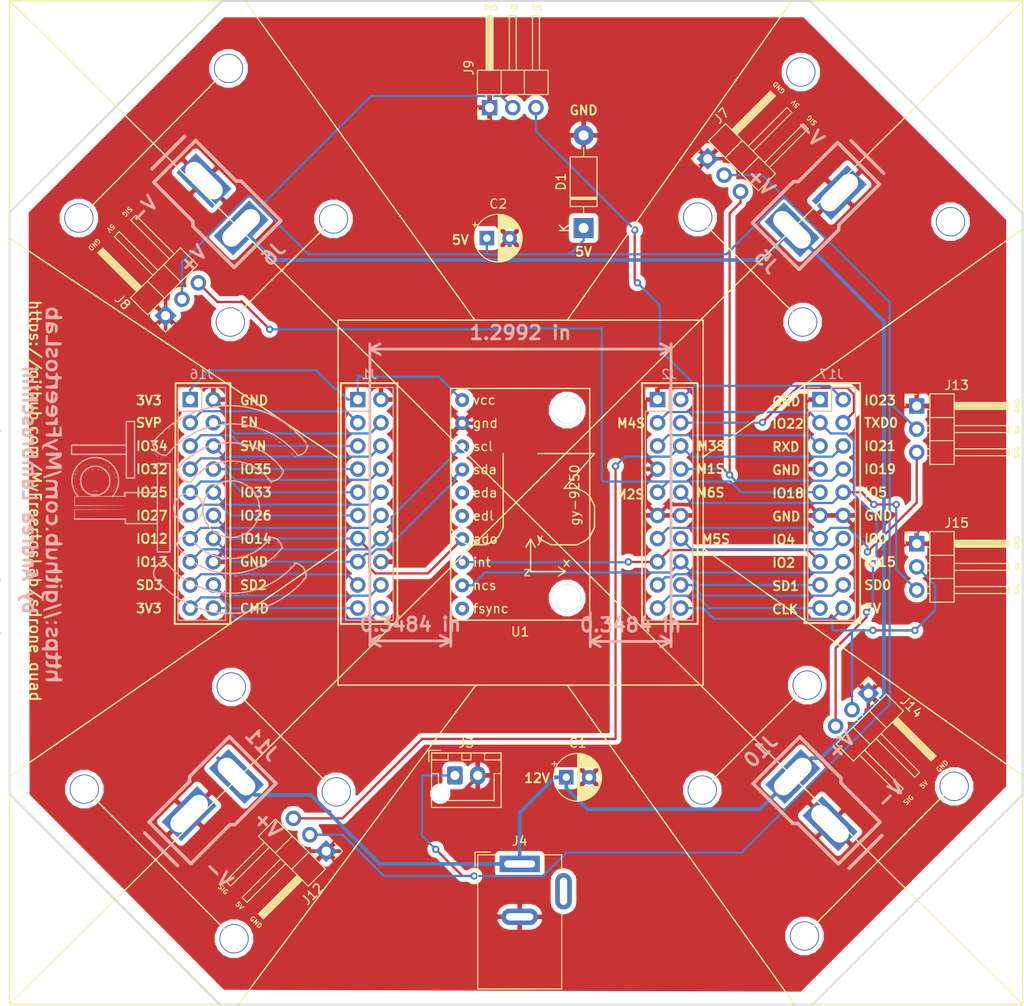
<source format=kicad_pcb>
(kicad_pcb (version 20171130) (host pcbnew 5.0.2-bee76a0~70~ubuntu16.04.1)
  (layers (0 F.Cu signal) (31 B.Cu signal) (34 B.Paste user) (35 F.Paste user) (36 B.SilkS user) (37 F.SilkS user) (38 B.Mask user) (39 F.Mask user) (44 Edge.Cuts user))
  (net 0 "")
  (net 1 GND)
  (net 2 +12V)
  (net 3 +5V)
  (net 4 "Net-(J1-Pad20)")
  (net 5 "Net-(J1-Pad19)")
  (net 6 "Net-(J1-Pad18)")
  (net 7 "Net-(J1-Pad17)")
  (net 8 MOSI)
  (net 9 SCL)
  (net 10 MISO)
  (net 11 "Net-(J1-Pad12)")
  (net 12 "Net-(J1-Pad11)")
  (net 13 "Net-(J1-Pad10)")
  (net 14 "Net-(J1-Pad9)")
  (net 15 "Net-(J1-Pad8)")
  (net 16 "Net-(J1-Pad7)")
  (net 17 "Net-(J1-Pad6)")
  (net 18 "Net-(J1-Pad5)")
  (net 19 "Net-(J1-Pad4)")
  (net 20 "Net-(J1-Pad3)")
  (net 21 +3V3)
  (net 22 RCS)
  (net 23 M4S)
  (net 24 "Net-(J17-Pad4)")
  (net 25 "Net-(J17-Pad5)")
  (net 26 M3S)
  (net 27 M1S)
  (net 28 M2S)
  (net 29 M6S)
  (net 30 M5S)
  (net 31 "Net-(J17-Pad14)")
  (net 32 INT)
  (net 33 NCS)
  (net 34 "Net-(J17-Pad17)")
  (net 35 "Net-(J17-Pad18)")
  (net 36 "Net-(J17-Pad19)")
  (net 37 "Net-(U1-Pad5)")
  (net 38 "Net-(U1-Pad6)")
  (net 39 "Net-(U1-Pad10)")
  (module axis4:axis4-frame (layer F.Cu) (at 146.5 92.2)
    (fp_text reference U3 (at 0.5 0) (layer F.SilkS) (effects (font (size 10 10))))
    (fp_text value axis4-symbol)
    (pad 14 thru_hole circle (at 19.9 -31.3 180) (size 3.2 3.2) (drill 3) (layers *.Cu *.Mask))
    (pad 13 thru_hole circle (at 31.4 -19.8 180) (size 3.2 3.2) (drill 3) (layers *.Cu *.Mask))
    (pad 16 thru_hole circle (at -31.3 -19.8 270) (size 3.2 3.2) (drill 3) (layers *.Cu *.Mask))
    (pad 15 thru_hole circle (at -20 -31.1 270) (size 3.2 3.2) (drill 3) (layers *.Cu *.Mask))
    (pad 12 thru_hole circle (at 31.9 20 90) (size 3.2 3.2) (drill 3) (layers *.Cu *.Mask))
    (pad 11 thru_hole circle (at 20.4 31.5 90) (size 3.2 3.2) (drill 3) (layers *.Cu *.Mask))
    (pad 10 thru_hole circle (at -19.7 31.7) (size 3.2 3.2) (drill 3) (layers *.Cu *.Mask))
    (pad 9 thru_hole circle (at -31.2 20.2) (size 3.2 3.2) (drill 3) (layers *.Cu *.Mask))
    (pad 7 thru_hole circle (at 48 31.1 90) (size 3.2 3.2) (drill 3) (layers *.Cu *.Mask))
    (pad 6 thru_hole circle (at -31.5 -47.6 90) (size 3.2 3.2) (drill 3) (layers *.Cu *.Mask))
    (pad 5 thru_hole circle (at -47.9 -31.2 90) (size 3.2 3.2) (drill 3) (layers *.Cu *.Mask))
    (pad 8 thru_hole circle (at 31.6 47.5 90) (size 3.2 3.2) (drill 3) (layers *.Cu *.Mask))
    (pad 3 thru_hole circle (at -47.3 31.4) (size 3.2 3.2) (drill 3) (layers *.Cu *.Mask))
    (pad 4 thru_hole circle (at -30.9 47.8) (size 3.2 3.2) (drill 3) (layers *.Cu *.Mask))
    (pad 2 thru_hole circle (at 47.6 -30.8) (size 3.2 3.2) (drill 3) (layers *.Cu *.Mask))
    (pad 1 thru_hole circle (at 31.2 -47.2) (size 3.2 3.2) (drill 3) (layers *.Cu *.Mask))
  )
  (module Capacitor_THT:CP_Radial_D5.0mm_P2.50mm (layer F.Cu) (at 152 122.3)
    (fp_text reference C1 (at 1.25 -3.75) (layer F.SilkS))
    (fp_text value 100uF)
    (pad 2 thru_hole circle (at 2.5 0) (size 1.6 1.6) (drill 0.8) (layers *.Cu *.Mask) (net 1 GND))
    (pad 1 thru_hole rect (at 0 0) (size 1.6 1.6) (drill 0.8) (layers *.Cu *.Mask) (net 2 +12V))
  )
  (module Capacitor_THT:CP_Radial_D5.0mm_P2.50mm (layer F.Cu) (at 143.3 63.2)
    (fp_text reference C2 (at 1.25 -3.75) (layer F.SilkS))
    (fp_text value 100uF)
    (pad 1 thru_hole rect (at 0 0) (size 1.6 1.6) (drill 0.8) (layers *.Cu *.Mask) (net 3 +5V))
    (pad 2 thru_hole circle (at 2.5 0) (size 1.6 1.6) (drill 0.8) (layers *.Cu *.Mask) (net 1 GND))
  )
  (module Diode_THT:D_DO-41_SOD81_P10.16mm_Horizontal (layer F.Cu) (at 153.9 62.1 90)
    (fp_text reference D1 (at 5.08 -2.47 90) (layer F.SilkS))
    (fp_text value 1N4007)
    (fp_text user K (at 0 -2.1 90) (layer F.SilkS))
    (pad 1 thru_hole rect (at 0 0 90) (size 2.2 2.2) (drill 1.1) (layers *.Cu *.Mask) (net 3 +5V))
    (pad 2 thru_hole oval (at 10.16 0 90) (size 2.2 2.2) (drill 1.1) (layers *.Cu *.Mask) (net 1 GND))
  )
  (module Connector_PinSocket_2.54mm:PinSocket_2x10_P2.54mm_Vertical (layer B.Cu) (at 129.16 80.9 180)
    (fp_text reference J1 (at -1.27 2.77 180) (layer B.SilkS) (effects (justify mirror)))
    (fp_text value JA)
    (pad 20 thru_hole oval (at -2.54 -22.86 180) (size 1.7 1.7) (drill 1) (layers *.Cu *.Mask) (net 4 "Net-(J1-Pad20)"))
    (pad 19 thru_hole oval (at 0 -22.86 180) (size 1.7 1.7) (drill 1) (layers *.Cu *.Mask) (net 5 "Net-(J1-Pad19)"))
    (pad 18 thru_hole oval (at -2.54 -20.32 180) (size 1.7 1.7) (drill 1) (layers *.Cu *.Mask) (net 6 "Net-(J1-Pad18)"))
    (pad 17 thru_hole oval (at 0 -20.32 180) (size 1.7 1.7) (drill 1) (layers *.Cu *.Mask) (net 7 "Net-(J1-Pad17)"))
    (pad 16 thru_hole oval (at -2.54 -17.78 180) (size 1.7 1.7) (drill 1) (layers *.Cu *.Mask) (net 1 GND))
    (pad 15 thru_hole oval (at 0 -17.78 180) (size 1.7 1.7) (drill 1) (layers *.Cu *.Mask) (net 8 MOSI))
    (pad 14 thru_hole oval (at -2.54 -15.24 180) (size 1.7 1.7) (drill 1) (layers *.Cu *.Mask) (net 9 SCL))
    (pad 13 thru_hole oval (at 0 -15.24 180) (size 1.7 1.7) (drill 1) (layers *.Cu *.Mask) (net 10 MISO))
    (pad 12 thru_hole oval (at -2.54 -12.7 180) (size 1.7 1.7) (drill 1) (layers *.Cu *.Mask) (net 11 "Net-(J1-Pad12)"))
    (pad 11 thru_hole oval (at 0 -12.7 180) (size 1.7 1.7) (drill 1) (layers *.Cu *.Mask) (net 12 "Net-(J1-Pad11)"))
    (pad 10 thru_hole oval (at -2.54 -10.16 180) (size 1.7 1.7) (drill 1) (layers *.Cu *.Mask) (net 13 "Net-(J1-Pad10)"))
    (pad 9 thru_hole oval (at 0 -10.16 180) (size 1.7 1.7) (drill 1) (layers *.Cu *.Mask) (net 14 "Net-(J1-Pad9)"))
    (pad 8 thru_hole oval (at -2.54 -7.62 180) (size 1.7 1.7) (drill 1) (layers *.Cu *.Mask) (net 15 "Net-(J1-Pad8)"))
    (pad 7 thru_hole oval (at 0 -7.62 180) (size 1.7 1.7) (drill 1) (layers *.Cu *.Mask) (net 16 "Net-(J1-Pad7)"))
    (pad 6 thru_hole oval (at -2.54 -5.08 180) (size 1.7 1.7) (drill 1) (layers *.Cu *.Mask) (net 17 "Net-(J1-Pad6)"))
    (pad 5 thru_hole oval (at 0 -5.08 180) (size 1.7 1.7) (drill 1) (layers *.Cu *.Mask) (net 18 "Net-(J1-Pad5)"))
    (pad 4 thru_hole oval (at -2.54 -2.54 180) (size 1.7 1.7) (drill 1) (layers *.Cu *.Mask) (net 19 "Net-(J1-Pad4)"))
    (pad 3 thru_hole oval (at 0 -2.54 180) (size 1.7 1.7) (drill 1) (layers *.Cu *.Mask) (net 20 "Net-(J1-Pad3)"))
    (pad 2 thru_hole oval (at -2.54 0 180) (size 1.7 1.7) (drill 1) (layers *.Cu *.Mask) (net 1 GND))
    (pad 1 thru_hole rect (at 0 0 180) (size 1.7 1.7) (drill 1) (layers *.Cu *.Mask) (net 21 +3V3))
  )
  (module Connector_PinSocket_2.54mm:PinSocket_2x10_P2.54mm_Vertical (layer B.Cu) (at 162 80.9 180)
    (fp_text reference J2 (at -1.27 2.77 180) (layer B.SilkS) (effects (justify mirror)))
    (fp_text value JB)
    (pad 1 thru_hole rect (at 0 0 180) (size 1.7 1.7) (drill 1) (layers *.Cu *.Mask) (net 1 GND))
    (pad 2 thru_hole oval (at -2.54 0 180) (size 1.7 1.7) (drill 1) (layers *.Cu *.Mask) (net 22 RCS))
    (pad 3 thru_hole oval (at 0 -2.54 180) (size 1.7 1.7) (drill 1) (layers *.Cu *.Mask) (net 23 M4S))
    (pad 4 thru_hole oval (at -2.54 -2.54 180) (size 1.7 1.7) (drill 1) (layers *.Cu *.Mask) (net 24 "Net-(J17-Pad4)"))
    (pad 5 thru_hole oval (at 0 -5.08 180) (size 1.7 1.7) (drill 1) (layers *.Cu *.Mask) (net 25 "Net-(J17-Pad5)"))
    (pad 6 thru_hole oval (at -2.54 -5.08 180) (size 1.7 1.7) (drill 1) (layers *.Cu *.Mask) (net 26 M3S))
    (pad 7 thru_hole oval (at 0 -7.62 180) (size 1.7 1.7) (drill 1) (layers *.Cu *.Mask) (net 1 GND))
    (pad 8 thru_hole oval (at -2.54 -7.62 180) (size 1.7 1.7) (drill 1) (layers *.Cu *.Mask) (net 27 M1S))
    (pad 9 thru_hole oval (at 0 -10.16 180) (size 1.7 1.7) (drill 1) (layers *.Cu *.Mask) (net 28 M2S))
    (pad 10 thru_hole oval (at -2.54 -10.16 180) (size 1.7 1.7) (drill 1) (layers *.Cu *.Mask) (net 29 M6S))
    (pad 11 thru_hole oval (at 0 -12.7 180) (size 1.7 1.7) (drill 1) (layers *.Cu *.Mask) (net 1 GND))
    (pad 12 thru_hole oval (at -2.54 -12.7 180) (size 1.7 1.7) (drill 1) (layers *.Cu *.Mask) (net 1 GND))
    (pad 13 thru_hole oval (at 0 -15.24 180) (size 1.7 1.7) (drill 1) (layers *.Cu *.Mask) (net 30 M5S))
    (pad 14 thru_hole oval (at -2.54 -15.24 180) (size 1.7 1.7) (drill 1) (layers *.Cu *.Mask) (net 31 "Net-(J17-Pad14)"))
    (pad 15 thru_hole oval (at 0 -17.78 180) (size 1.7 1.7) (drill 1) (layers *.Cu *.Mask) (net 32 INT))
    (pad 16 thru_hole oval (at -2.54 -17.78 180) (size 1.7 1.7) (drill 1) (layers *.Cu *.Mask) (net 33 NCS))
    (pad 17 thru_hole oval (at 0 -20.32 180) (size 1.7 1.7) (drill 1) (layers *.Cu *.Mask) (net 34 "Net-(J17-Pad17)"))
    (pad 18 thru_hole oval (at -2.54 -20.32 180) (size 1.7 1.7) (drill 1) (layers *.Cu *.Mask) (net 35 "Net-(J17-Pad18)"))
    (pad 19 thru_hole oval (at 0 -22.86 180) (size 1.7 1.7) (drill 1) (layers *.Cu *.Mask) (net 36 "Net-(J17-Pad19)"))
    (pad 20 thru_hole oval (at -2.54 -22.86 180) (size 1.7 1.7) (drill 1) (layers *.Cu *.Mask) (net 3 +5V))
  )
  (module Connector_JST:JST_XH_B2B-XH-AM_1x02_P2.50mm_Vertical (layer F.Cu) (at 139.8 122.1)
    (fp_text reference J3 (at 1.25 -3.55) (layer F.SilkS))
    (fp_text value 5VPower)
    (pad 1 thru_hole roundrect (at 0 0) (size 1.7 2) (drill 1) (layers *.Cu *.Mask) (roundrect_rratio 0.147059) (net 3 +5V))
    (pad 2 thru_hole oval (at 2.5 0) (size 1.7 2) (drill 1) (layers *.Cu *.Mask) (net 1 GND))
    (pad "" np_thru_hole circle (at -1.6 2) (size 1.2 1.2) (drill 1.2) (layers *.Cu *.Mask))
  )
  (module Connector_BarrelJack:BarrelJack_Wuerth_6941xx301002 (layer F.Cu) (at 146.9 131.8)
    (fp_text reference J4 (at 0 -2.5) (layer F.SilkS))
    (fp_text value 12VPower)
    (pad 3 thru_hole oval (at 4.8 3 90) (size 4 1.8) (drill oval 3 0.8) (layers *.Cu *.Mask))
    (pad 2 thru_hole oval (at 0 5.8) (size 4 1.8) (drill oval 3 0.8) (layers *.Cu *.Mask) (net 1 GND))
    (pad 1 thru_hole rect (at 0 0) (size 4.4 1.8) (drill oval 3.4 0.8) (layers *.Cu *.Mask) (net 2 +12V))
  )
  (module Connector:Deans (layer B.Cu) (at 180.5 58.8 315)
    (fp_text reference J5 (at 0.3 9.6 315) (layer B.SilkS) (effects (font (size 1.524 1.524) (thickness 0.3048)) (justify mirror)))
    (fp_text value "Power Motor 1" hide)
    (fp_text user V- (at -6.35 -3.81 315) (layer B.SilkS) (effects (font (size 1.524 1.524) (thickness 0.3048)) (justify mirror)))
    (fp_text user V+ (at -6.35 3.81 315) (layer B.SilkS) (effects (font (size 1.524 1.524) (thickness 0.3048)) (justify mirror)))
    (pad 2 thru_hole rect (at 0.58 -1.420001 225) (size 5.5 3) (drill oval 5 2) (layers *.Cu *.Mask) (net 1 GND))
    (pad 1 thru_hole rect (at -0.2 5.125 315) (size 5.5 3) (drill oval 5 2) (layers *.Cu *.Mask) (net 2 +12V))
  )
  (module Connector:Deans (layer B.Cu) (at 112.89397 58.314214 45)
    (fp_text reference J6 (at 0.3 9.6 45) (layer B.SilkS) (effects (font (size 1.524 1.524) (thickness 0.3048)) (justify mirror)))
    (fp_text value "Power Motor 2" hide)
    (fp_text user V+ (at -6.35 3.81 45) (layer B.SilkS) (effects (font (size 1.524 1.524) (thickness 0.3048)) (justify mirror)))
    (fp_text user V- (at -6.35 -3.81 45) (layer B.SilkS) (effects (font (size 1.524 1.524) (thickness 0.3048)) (justify mirror)))
    (pad 1 thru_hole rect (at -0.2 5.125 45) (size 5.5 3) (drill oval 5 2) (layers *.Cu *.Mask) (net 2 +12V))
    (pad 2 thru_hole rect (at 0.58 -1.420001 315) (size 5.5 3) (drill oval 5 2) (layers *.Cu *.Mask) (net 1 GND))
  )
  (module Connector_PinHeader_2.54mm:PinHeader_1x03_P2.54mm_Horizontal (layer F.Cu) (at 167.5 54.5 45)
    (fp_text reference J7 (at 4.385 -2.27 45) (layer F.SilkS))
    (fp_text value M1)
    (pad 1 thru_hole rect (at 0 0 45) (size 1.7 1.7) (drill 1) (layers *.Cu *.Mask) (net 1 GND))
    (pad 2 thru_hole oval (at 0 2.54 45) (size 1.7 1.7) (drill 1) (layers *.Cu *.Mask) (net 3 +5V))
    (pad 3 thru_hole oval (at 0 5.079999 45) (size 1.7 1.7) (drill 1) (layers *.Cu *.Mask) (net 27 M1S))
  )
  (module Connector_PinHeader_2.54mm:PinHeader_1x03_P2.54mm_Horizontal (layer F.Cu) (at 108.1 71.7 135)
    (fp_text reference J8 (at 4.385 -2.27 135) (layer F.SilkS))
    (fp_text value M2)
    (pad 3 thru_hole oval (at 0 5.079999 135) (size 1.7 1.7) (drill 1) (layers *.Cu *.Mask) (net 28 M2S))
    (pad 2 thru_hole oval (at 0 2.54 135) (size 1.7 1.7) (drill 1) (layers *.Cu *.Mask) (net 3 +5V))
    (pad 1 thru_hole rect (at 0 0 135) (size 1.7 1.7) (drill 1) (layers *.Cu *.Mask) (net 1 GND))
  )
  (module Connector_PinHeader_2.54mm:PinHeader_1x03_P2.54mm_Horizontal (layer F.Cu) (at 143.6 48.9 90)
    (fp_text reference J9 (at 4.385 -2.27 90) (layer F.SilkS))
    (fp_text value RC-PPM)
    (pad 1 thru_hole rect (at 0 0 90) (size 1.7 1.7) (drill 1) (layers *.Cu *.Mask) (net 1 GND))
    (pad 2 thru_hole oval (at 0 2.54 90) (size 1.7 1.7) (drill 1) (layers *.Cu *.Mask) (net 3 +5V))
    (pad 3 thru_hole oval (at 0 5.08 90) (size 1.7 1.7) (drill 1) (layers *.Cu *.Mask) (net 22 RCS))
  )
  (module Connector:Deans (layer B.Cu) (at 180.30603 125.985786 225)
    (fp_text reference J10 (at 0.3 9.6 225) (layer B.SilkS) (effects (font (size 1.524 1.524) (thickness 0.3048)) (justify mirror)))
    (fp_text value "Power Motor 3" hide)
    (fp_text user V- (at -6.35 -3.81 225) (layer B.SilkS) (effects (font (size 1.524 1.524) (thickness 0.3048)) (justify mirror)))
    (fp_text user V+ (at -6.35 3.81 225) (layer B.SilkS) (effects (font (size 1.524 1.524) (thickness 0.3048)) (justify mirror)))
    (pad 2 thru_hole rect (at 0.58 -1.420001 135) (size 5.5 3) (drill oval 5 2) (layers *.Cu *.Mask) (net 1 GND))
    (pad 1 thru_hole rect (at -0.2 5.125 225) (size 5.5 3) (drill oval 5 2) (layers *.Cu *.Mask) (net 2 +12V))
  )
  (module Connector:Deans (layer B.Cu) (at 112.1 125.7 135)
    (fp_text reference J11 (at 0.3 9.6 135) (layer B.SilkS) (effects (font (size 1.524 1.524) (thickness 0.3048)) (justify mirror)))
    (fp_text value "Power Motor 4" hide)
    (fp_text user V+ (at -6.35 3.81 135) (layer B.SilkS) (effects (font (size 1.524 1.524) (thickness 0.3048)) (justify mirror)))
    (fp_text user V- (at -6.35 -3.81 135) (layer B.SilkS) (effects (font (size 1.524 1.524) (thickness 0.3048)) (justify mirror)))
    (pad 1 thru_hole rect (at -0.2 5.125 135) (size 5.5 3) (drill oval 5 2) (layers *.Cu *.Mask) (net 2 +12V))
    (pad 2 thru_hole rect (at 0.58 -1.420001 45) (size 5.5 3) (drill oval 5 2) (layers *.Cu *.Mask) (net 1 GND))
  )
  (module Connector_PinHeader_2.54mm:PinHeader_1x03_P2.54mm_Horizontal (layer F.Cu) (at 125.7 130.4 225)
    (fp_text reference J12 (at 4.385 -2.27 225) (layer F.SilkS))
    (fp_text value M3)
    (pad 3 thru_hole oval (at 0 5.079999 225) (size 1.7 1.7) (drill 1) (layers *.Cu *.Mask) (net 26 M3S))
    (pad 2 thru_hole oval (at 0 2.54 225) (size 1.7 1.7) (drill 1) (layers *.Cu *.Mask) (net 3 +5V))
    (pad 1 thru_hole rect (at 0 0 225) (size 1.7 1.7) (drill 1) (layers *.Cu *.Mask) (net 1 GND))
  )
  (module Connector_PinHeader_2.54mm:PinHeader_1x03_P2.54mm_Horizontal (layer F.Cu) (at 190.4 81.6)
    (fp_text reference J13 (at 4.385 -2.27) (layer F.SilkS))
    (fp_text value M5)
    (pad 3 thru_hole oval (at 0 5.08) (size 1.7 1.7) (drill 1) (layers *.Cu *.Mask) (net 30 M5S))
    (pad 2 thru_hole oval (at 0 2.54) (size 1.7 1.7) (drill 1) (layers *.Cu *.Mask) (net 3 +5V))
    (pad 1 thru_hole rect (at 0 0) (size 1.7 1.7) (drill 1) (layers *.Cu *.Mask) (net 1 GND))
  )
  (module Connector_PinHeader_2.54mm:PinHeader_1x03_P2.54mm_Horizontal (layer F.Cu) (at 185.1 113.1 315)
    (fp_text reference J14 (at 4.385 -2.27 315) (layer F.SilkS))
    (fp_text value M4)
    (pad 3 thru_hole oval (at 0 5.079999 315) (size 1.7 1.7) (drill 1) (layers *.Cu *.Mask) (net 23 M4S))
    (pad 2 thru_hole oval (at 0 2.54 315) (size 1.7 1.7) (drill 1) (layers *.Cu *.Mask) (net 3 +5V))
    (pad 1 thru_hole rect (at 0 0 315) (size 1.7 1.7) (drill 1) (layers *.Cu *.Mask) (net 1 GND))
  )
  (module Connector_PinHeader_2.54mm:PinHeader_1x03_P2.54mm_Horizontal (layer F.Cu) (at 190.4 96.7)
    (fp_text reference J15 (at 4.385 -2.27) (layer F.SilkS))
    (fp_text value M6)
    (pad 1 thru_hole rect (at 0 0) (size 1.7 1.7) (drill 1) (layers *.Cu *.Mask) (net 1 GND))
    (pad 2 thru_hole oval (at 0 2.54) (size 1.7 1.7) (drill 1) (layers *.Cu *.Mask) (net 3 +5V))
    (pad 3 thru_hole oval (at 0 5.08) (size 1.7 1.7) (drill 1) (layers *.Cu *.Mask) (net 29 M6S))
  )
  (module Connector_PinSocket_2.54mm:PinSocket_2x10_P2.54mm_Vertical (layer B.Cu) (at 110.8 80.9 180)
    (fp_text reference J16 (at -1.27 2.77 180) (layer B.SilkS) (effects (justify mirror)))
    (fp_text value JA1)
    (pad 20 thru_hole oval (at -2.54 -22.86 180) (size 1.7 1.7) (drill 1) (layers *.Cu *.Mask) (net 4 "Net-(J1-Pad20)"))
    (pad 19 thru_hole oval (at 0 -22.86 180) (size 1.7 1.7) (drill 1) (layers *.Cu *.Mask) (net 5 "Net-(J1-Pad19)"))
    (pad 18 thru_hole oval (at -2.54 -20.32 180) (size 1.7 1.7) (drill 1) (layers *.Cu *.Mask) (net 6 "Net-(J1-Pad18)"))
    (pad 17 thru_hole oval (at 0 -20.32 180) (size 1.7 1.7) (drill 1) (layers *.Cu *.Mask) (net 7 "Net-(J1-Pad17)"))
    (pad 16 thru_hole oval (at -2.54 -17.78 180) (size 1.7 1.7) (drill 1) (layers *.Cu *.Mask) (net 1 GND))
    (pad 15 thru_hole oval (at 0 -17.78 180) (size 1.7 1.7) (drill 1) (layers *.Cu *.Mask) (net 8 MOSI))
    (pad 14 thru_hole oval (at -2.54 -15.24 180) (size 1.7 1.7) (drill 1) (layers *.Cu *.Mask) (net 9 SCL))
    (pad 13 thru_hole oval (at 0 -15.24 180) (size 1.7 1.7) (drill 1) (layers *.Cu *.Mask) (net 10 MISO))
    (pad 12 thru_hole oval (at -2.54 -12.7 180) (size 1.7 1.7) (drill 1) (layers *.Cu *.Mask) (net 11 "Net-(J1-Pad12)"))
    (pad 11 thru_hole oval (at 0 -12.7 180) (size 1.7 1.7) (drill 1) (layers *.Cu *.Mask) (net 12 "Net-(J1-Pad11)"))
    (pad 10 thru_hole oval (at -2.54 -10.16 180) (size 1.7 1.7) (drill 1) (layers *.Cu *.Mask) (net 13 "Net-(J1-Pad10)"))
    (pad 9 thru_hole oval (at 0 -10.16 180) (size 1.7 1.7) (drill 1) (layers *.Cu *.Mask) (net 14 "Net-(J1-Pad9)"))
    (pad 8 thru_hole oval (at -2.54 -7.62 180) (size 1.7 1.7) (drill 1) (layers *.Cu *.Mask) (net 15 "Net-(J1-Pad8)"))
    (pad 7 thru_hole oval (at 0 -7.62 180) (size 1.7 1.7) (drill 1) (layers *.Cu *.Mask) (net 16 "Net-(J1-Pad7)"))
    (pad 6 thru_hole oval (at -2.54 -5.08 180) (size 1.7 1.7) (drill 1) (layers *.Cu *.Mask) (net 17 "Net-(J1-Pad6)"))
    (pad 5 thru_hole oval (at 0 -5.08 180) (size 1.7 1.7) (drill 1) (layers *.Cu *.Mask) (net 18 "Net-(J1-Pad5)"))
    (pad 4 thru_hole oval (at -2.54 -2.54 180) (size 1.7 1.7) (drill 1) (layers *.Cu *.Mask) (net 19 "Net-(J1-Pad4)"))
    (pad 3 thru_hole oval (at 0 -2.54 180) (size 1.7 1.7) (drill 1) (layers *.Cu *.Mask) (net 20 "Net-(J1-Pad3)"))
    (pad 2 thru_hole oval (at -2.54 0 180) (size 1.7 1.7) (drill 1) (layers *.Cu *.Mask) (net 1 GND))
    (pad 1 thru_hole rect (at 0 0 180) (size 1.7 1.7) (drill 1) (layers *.Cu *.Mask) (net 21 +3V3))
  )
  (module Connector_PinSocket_2.54mm:PinSocket_2x10_P2.54mm_Vertical (layer B.Cu) (at 179.8 80.9 180)
    (fp_text reference J17 (at -1.27 2.77 180) (layer B.SilkS) (effects (justify mirror)))
    (fp_text value JB1)
    (pad 20 thru_hole oval (at -2.54 -22.86 180) (size 1.7 1.7) (drill 1) (layers *.Cu *.Mask) (net 3 +5V))
    (pad 19 thru_hole oval (at 0 -22.86 180) (size 1.7 1.7) (drill 1) (layers *.Cu *.Mask) (net 36 "Net-(J17-Pad19)"))
    (pad 18 thru_hole oval (at -2.54 -20.32 180) (size 1.7 1.7) (drill 1) (layers *.Cu *.Mask) (net 35 "Net-(J17-Pad18)"))
    (pad 17 thru_hole oval (at 0 -20.32 180) (size 1.7 1.7) (drill 1) (layers *.Cu *.Mask) (net 34 "Net-(J17-Pad17)"))
    (pad 16 thru_hole oval (at -2.54 -17.78 180) (size 1.7 1.7) (drill 1) (layers *.Cu *.Mask) (net 33 NCS))
    (pad 15 thru_hole oval (at 0 -17.78 180) (size 1.7 1.7) (drill 1) (layers *.Cu *.Mask) (net 32 INT))
    (pad 14 thru_hole oval (at -2.54 -15.24 180) (size 1.7 1.7) (drill 1) (layers *.Cu *.Mask) (net 31 "Net-(J17-Pad14)"))
    (pad 13 thru_hole oval (at 0 -15.24 180) (size 1.7 1.7) (drill 1) (layers *.Cu *.Mask) (net 30 M5S))
    (pad 12 thru_hole oval (at -2.54 -12.7 180) (size 1.7 1.7) (drill 1) (layers *.Cu *.Mask) (net 1 GND))
    (pad 11 thru_hole oval (at 0 -12.7 180) (size 1.7 1.7) (drill 1) (layers *.Cu *.Mask) (net 1 GND))
    (pad 10 thru_hole oval (at -2.54 -10.16 180) (size 1.7 1.7) (drill 1) (layers *.Cu *.Mask) (net 29 M6S))
    (pad 9 thru_hole oval (at 0 -10.16 180) (size 1.7 1.7) (drill 1) (layers *.Cu *.Mask) (net 28 M2S))
    (pad 8 thru_hole oval (at -2.54 -7.62 180) (size 1.7 1.7) (drill 1) (layers *.Cu *.Mask) (net 27 M1S))
    (pad 7 thru_hole oval (at 0 -7.62 180) (size 1.7 1.7) (drill 1) (layers *.Cu *.Mask) (net 1 GND))
    (pad 6 thru_hole oval (at -2.54 -5.08 180) (size 1.7 1.7) (drill 1) (layers *.Cu *.Mask) (net 26 M3S))
    (pad 5 thru_hole oval (at 0 -5.08 180) (size 1.7 1.7) (drill 1) (layers *.Cu *.Mask) (net 25 "Net-(J17-Pad5)"))
    (pad 4 thru_hole oval (at -2.54 -2.54 180) (size 1.7 1.7) (drill 1) (layers *.Cu *.Mask) (net 24 "Net-(J17-Pad4)"))
    (pad 3 thru_hole oval (at 0 -2.54 180) (size 1.7 1.7) (drill 1) (layers *.Cu *.Mask) (net 23 M4S))
    (pad 2 thru_hole oval (at -2.54 0 180) (size 1.7 1.7) (drill 1) (layers *.Cu *.Mask) (net 22 RCS))
    (pad 1 thru_hole rect (at 0 0 180) (size 1.7 1.7) (drill 1) (layers *.Cu *.Mask) (net 1 GND))
  )
  (module gy-9250_footprint:gy-9250 (layer F.Cu) (at 153.3 93.65)
    (fp_text reference U1 (at -6.35 12.7) (layer F.SilkS))
    (fp_text value gy-9250)
    (fp_text user vcc (at -10.279048 -12.7) (layer F.SilkS))
    (fp_text user gnd (at -10.16 -10.16) (layer F.SilkS))
    (fp_text user scl (at -10.421905 -7.62) (layer F.SilkS))
    (fp_text user sda (at -10.207619 -5.08) (layer F.SilkS))
    (fp_text user eda (at -10.18381 -2.54) (layer F.SilkS))
    (fp_text user edl (at -10.374286 0) (layer F.SilkS))
    (fp_text user ado (at -10.16 2.54) (layer F.SilkS))
    (fp_text user int (at -10.540953 5.08) (layer F.SilkS))
    (fp_text user ncs (at -10.231429 7.62) (layer F.SilkS))
    (fp_text user fsync (at -9.564762 10.16) (layer F.SilkS))
    (fp_text user y (at -4.191 2.413) (layer F.SilkS) (effects (font (thickness 0.125))))
    (fp_text user x (at -1.27 5.08) (layer F.SilkS))
    (fp_text user z (at -5.588 6.096) (layer F.SilkS))
    (fp_text user gy-9250 (at -0.381 -2.286 90) (layer F.SilkS))
    (pad 1 thru_hole circle (at -12.7 -12.7) (size 1.524 1.524) (drill 0.762) (layers *.Cu *.Mask) (net 21 +3V3))
    (pad 2 thru_hole circle (at -12.7 -10.16) (size 1.524 1.524) (drill 0.762) (layers *.Cu *.Mask) (net 1 GND))
    (pad 3 thru_hole circle (at -12.7 -7.62) (size 1.524 1.524) (drill 0.762) (layers *.Cu *.Mask) (net 9 SCL))
    (pad 4 thru_hole circle (at -12.7 -5.08) (size 1.524 1.524) (drill 0.762) (layers *.Cu *.Mask) (net 8 MOSI))
    (pad 5 thru_hole circle (at -12.7 -2.54) (size 1.524 1.524) (drill 0.762) (layers *.Cu *.Mask) (net 37 "Net-(U1-Pad5)"))
    (pad 6 thru_hole circle (at -12.7 0) (size 1.524 1.524) (drill 0.762) (layers *.Cu *.Mask) (net 38 "Net-(U1-Pad6)"))
    (pad 7 thru_hole circle (at -12.7 2.54) (size 1.524 1.524) (drill 0.762) (layers *.Cu *.Mask) (net 10 MISO))
    (pad 8 thru_hole circle (at -12.7 5.08) (size 1.524 1.524) (drill 0.762) (layers *.Cu *.Mask) (net 32 INT))
    (pad 9 thru_hole circle (at -12.7 7.62) (size 1.524 1.524) (drill 0.762) (layers *.Cu *.Mask) (net 33 NCS))
    (pad 10 thru_hole circle (at -12.7 10.16) (size 1.524 1.524) (drill 0.762) (layers *.Cu *.Mask) (net 39 "Net-(U1-Pad10)"))
    (pad 11 thru_hole circle (at -1.2 -11.6) (size 3 3) (drill 3) (layers *.Cu *.Mask))
    (pad 12 thru_hole circle (at -1.2 9) (size 3 3) (drill 3) (layers *.Cu *.Mask))
  )
  (module graphics:axis4-logo (layer B.Cu) (at 106.8 91.3 90)
    (fp_text reference G*** hide)
    (fp_text value LOGO hide)
  )
  (gr_line (start 109.1 105.5) (end 109.2 79.1) (layer F.SilkS) (width 0.2))
  (gr_line (start 115.2 105.5) (end 109.1 105.5) (layer F.SilkS) (width 0.2))
  (gr_line (start 115.2 79.1) (end 115.2 105.5) (layer F.SilkS) (width 0.2))
  (gr_line (start 109.2 79.1) (end 115.2 79.1) (layer F.SilkS) (width 0.2))
  (gr_line (start 178.1 105.4) (end 178.1 79.1) (layer F.SilkS) (width 0.2))
  (gr_line (start 184.2 105.4) (end 178.1 105.4) (layer F.SilkS) (width 0.2))
  (gr_line (start 184.2 79.1) (end 184.2 105.4) (layer F.SilkS) (width 0.2))
  (gr_line (start 178.1 79.1) (end 184.2 79.1) (layer F.SilkS) (width 0.2))
  (gr_line (start 160.3 105.4) (end 160.3 79.1) (layer F.SilkS) (width 0.2))
  (gr_line (start 166.3 105.5) (end 160.3 105.5) (layer F.SilkS) (width 0.2))
  (gr_line (start 166.4 79.2) (end 166.4 105.5) (layer F.SilkS) (width 0.2))
  (gr_line (start 160.3 79.1) (end 166.4 79.1) (layer F.SilkS) (width 0.2))
  (gr_line (start 127.3 105.5) (end 127.3 79.1) (layer F.SilkS) (width 0.2))
  (gr_line (start 133.5 105.5) (end 127.3 105.5) (layer F.SilkS) (width 0.2))
  (gr_line (start 133.5 79.1) (end 133.5 105.5) (layer F.SilkS) (width 0.2))
  (gr_line (start 127.4 79.1) (end 133.5 79.1) (layer F.SilkS) (width 0.2))
  (gr_text 12V (at 148.8 122.4) (layer F.SilkS) (effects (font (size 1 1) (thickness 0.2))))
  (gr_text 5V (at 140.4 63.4) (layer F.SilkS) (effects (font (size 1 1) (thickness 0.2))))
  (gr_text 5V (at 153.9 64.7) (layer F.SilkS) (effects (font (size 1 1) (thickness 0.2))))
  (gr_text GND (at 153.9 49.2) (layer F.SilkS) (effects (font (size 1 1) (thickness 0.2))))
  (gr_text GND (at 118 138.2 315) (layer F.SilkS) (effects (font (size 0.5 0.5) (thickness 0.1))))
  (gr_text SIG (at 114.4 134.6 315) (layer F.SilkS) (effects (font (size 0.5 0.5) (thickness 0.1))))
  (gr_text 5V (at 116.2 136.4 315) (layer F.SilkS) (effects (font (size 0.5 0.5) (thickness 0.1))))
  (gr_text 5V (at 102.1 62.1 225) (layer F.SilkS) (effects (font (size 0.5 0.5) (thickness 0.1))))
  (gr_text GND (at 100.3 63.9 225) (layer F.SilkS) (effects (font (size 0.5 0.5) (thickness 0.1))))
  (gr_text SIG (at 103.9 60.3 225) (layer F.SilkS) (effects (font (size 0.5 0.5) (thickness 0.1))))
  (gr_text GND (at 175.3 46.7 135) (layer F.SilkS) (effects (font (size 0.5 0.5) (thickness 0.1))))
  (gr_text 5V (at 177.1 48.5 135) (layer F.SilkS) (effects (font (size 0.5 0.5) (thickness 0.1))))
  (gr_text SIG (at 178.9 50.3 135) (layer F.SilkS) (effects (font (size 0.5 0.5) (thickness 0.1))))
  (gr_text SIG (at 148.8 37.9 180) (layer F.SilkS) (effects (font (size 0.5 0.5) (thickness 0.1))))
  (gr_text 5V (at 146.3 37.8 180) (layer F.SilkS) (effects (font (size 0.5 0.5) (thickness 0.1))))
  (gr_text GND (at 143.7 37.9 180) (layer F.SilkS) (effects (font (size 0.5 0.5) (thickness 0.1))))
  (gr_text 5V (at 201.5 84.2 90) (layer F.SilkS) (effects (font (size 0.5 0.5) (thickness 0.1))))
  (gr_text SIG (at 201.4 86.7 90) (layer F.SilkS) (effects (font (size 0.5 0.5) (thickness 0.1))))
  (gr_text GND (at 201.4 81.6 90) (layer F.SilkS) (effects (font (size 0.5 0.5) (thickness 0.1))))
  (gr_text GND (at 201.4 96.6 90) (layer F.SilkS) (effects (font (size 0.5 0.5) (thickness 0.1))))
  (gr_text SIG (at 201.4 101.7 90) (layer F.SilkS) (effects (font (size 0.5 0.5) (thickness 0.1))))
  (gr_text 5V (at 201.5 99.2 90) (layer F.SilkS) (effects (font (size 0.5 0.5) (thickness 0.1))))
  (gr_text GND (at 193.2 121.1 45) (layer F.SilkS) (effects (font (size 0.5 0.5) (thickness 0.1))))
  (gr_text 5V (at 191.2 123.1 45) (layer F.SilkS) (effects (font (size 0.5 0.5) (thickness 0.1))))
  (gr_text SIG (at 189.5 124.8 45) (layer F.SilkS) (effects (font (size 0.5 0.5) (thickness 0.1))))
  (gr_text "by Andrea Lambruschini" (at 93.2 90.8 270) (layer B.SilkS) (effects (font (size 1.5 1.5) (thickness 0.3)) (justify mirror)))
  (gr_text https://github.com/MyFreertosLab/sdrone_quad (at 93.8 92 270) (layer F.SilkS) (effects (font (size 1.2 1.2) (thickness 0.2))))
  (gr_text M2S (at 159 91.3) (layer F.SilkS) (effects (font (size 1 1) (thickness 0.2))))
  (gr_text M4S (at 159.1 83.5) (layer F.SilkS) (effects (font (size 1 1) (thickness 0.2))))
  (gr_text M5S (at 168.4 96.2) (layer F.SilkS) (effects (font (size 1 1) (thickness 0.2))))
  (gr_text M6S (at 167.8 91.1) (layer F.SilkS) (effects (font (size 1 1) (thickness 0.2))))
  (gr_text M1S (at 167.8 88.5) (layer F.SilkS) (effects (font (size 1 1) (thickness 0.2))))
  (gr_text M3S (at 167.9 86) (layer F.SilkS) (effects (font (size 1 1) (thickness 0.2))))
  (gr_text SD0 (at 186.119048 101.24) (layer F.SilkS) (effects (font (size 1 1) (thickness 0.2))))
  (gr_text IO0 (at 185.904762 96.16) (layer F.SilkS) (effects (font (size 1 1) (thickness 0.2))))
  (gr_text IO21 (at 186.380952 86) (layer F.SilkS) (effects (font (size 1 1) (thickness 0.2))))
  (gr_text TXD0 (at 186.5 83.45) (layer F.SilkS) (effects (font (size 1 1) (thickness 0.2))))
  (gr_text GND (at 186.190476 93.62) (layer F.SilkS) (effects (font (size 1 1) (thickness 0.2))))
  (gr_text IO23 (at 186.380952 81) (layer F.SilkS) (effects (font (size 1 1) (thickness 0.2))))
  (gr_text IO15 (at 186.380952 98.7) (layer F.SilkS) (effects (font (size 1 1) (thickness 0.2))))
  (gr_text IO5 (at 185.904762 91.08) (layer F.SilkS) (effects (font (size 1 1) (thickness 0.2))))
  (gr_text IO19 (at 186.380952 88.54) (layer F.SilkS) (effects (font (size 1 1) (thickness 0.2))))
  (gr_text 5V (at 185.571429 103.8) (layer F.SilkS) (effects (font (size 1 1) (thickness 0.2))))
  (gr_text GND (at 176.109524 93.72) (layer F.SilkS) (effects (font (size 1 1) (thickness 0.2))))
  (gr_text GND (at 176.109524 81.1) (layer F.SilkS) (effects (font (size 1 1) (thickness 0.2))))
  (gr_text CLK (at 175.990477 103.9) (layer F.SilkS) (effects (font (size 1 1) (thickness 0.2))))
  (gr_text RXD (at 176.061905 86.1) (layer F.SilkS) (effects (font (size 1 1) (thickness 0.2))))
  (gr_text IO2 (at 175.82381 98.8) (layer F.SilkS) (effects (font (size 1 1) (thickness 0.2))))
  (gr_text IO4 (at 175.82381 96.26) (layer F.SilkS) (effects (font (size 1 1) (thickness 0.2))))
  (gr_text GND (at 176.109524 88.64) (layer F.SilkS) (effects (font (size 1 1) (thickness 0.2))))
  (gr_text IO22 (at 176.3 83.55) (layer F.SilkS) (effects (font (size 1 1) (thickness 0.2))))
  (gr_text SD1 (at 176.038096 101.34) (layer F.SilkS) (effects (font (size 1 1) (thickness 0.2))))
  (gr_text IO18 (at 176.3 91.18) (layer F.SilkS) (effects (font (size 1 1) (thickness 0.2))))
  (gr_text IO26 (at 117.989285 93.62) (layer F.SilkS) (effects (font (size 1 1) (thickness 0.2))))
  (gr_text GND (at 117.798809 81) (layer F.SilkS) (effects (font (size 1 1) (thickness 0.2))))
  (gr_text CMD (at 117.846428 103.8) (layer F.SilkS) (effects (font (size 1 1) (thickness 0.2))))
  (gr_text SVN (at 117.703571 86) (layer F.SilkS) (effects (font (size 1 1) (thickness 0.2))))
  (gr_text GND (at 117.798809 98.7) (layer F.SilkS) (effects (font (size 1 1) (thickness 0.2))))
  (gr_text IO14 (at 117.989285 96.16) (layer F.SilkS) (effects (font (size 1 1) (thickness 0.2))))
  (gr_text IO35 (at 117.989285 88.54) (layer F.SilkS) (effects (font (size 1 1) (thickness 0.2))))
  (gr_text EN (at 117.25119 83.4) (layer F.SilkS) (effects (font (size 1 1) (thickness 0.2))))
  (gr_text SD2 (at 117.727381 101.24) (layer F.SilkS) (effects (font (size 1 1) (thickness 0.2))))
  (gr_text IO33 (at 117.989285 91.08) (layer F.SilkS) (effects (font (size 1 1) (thickness 0.2))))
  (gr_text 3V3 (at 106.266667 103.8) (layer F.SilkS) (effects (font (size 1 1) (thickness 0.2))))
  (gr_text SD3 (at 106.338096 101.24) (layer F.SilkS) (effects (font (size 1 1) (thickness 0.2))))
  (gr_text IO13 (at 106.6 98.7) (layer F.SilkS) (effects (font (size 1 1) (thickness 0.2))))
  (gr_text IO12 (at 106.6 96.16) (layer F.SilkS) (effects (font (size 1 1) (thickness 0.2))))
  (gr_text IO27 (at 106.6 93.62) (layer F.SilkS) (effects (font (size 1 1) (thickness 0.2))))
  (gr_text IO25 (at 106.6 91.08) (layer F.SilkS) (effects (font (size 1 1) (thickness 0.2))))
  (gr_text IO32 (at 106.6 88.54) (layer F.SilkS) (effects (font (size 1 1) (thickness 0.2))))
  (gr_text IO34 (at 106.6 86) (layer F.SilkS) (effects (font (size 1 1) (thickness 0.2))))
  (gr_text SVP (at 106.290477 83.45) (layer F.SilkS) (effects (font (size 1 1) (thickness 0.2))))
  (gr_text 3V3 (at 106.266667 81) (layer F.SilkS) (effects (font (size 1 1) (thickness 0.2))))
  (dimension 8.85 (width 0.3) (layer B.SilkS) (gr_text "8,850 mm" (at 159.056413 109.511504) (layer B.SilkS) (effects (font (size 1.5 1.5) (thickness 0.3)))) (feature1 (pts (xy 154.631413 104.261504) (xy 154.631413 107.997925))) (feature2 (pts (xy 163.481413 104.261504) (xy 163.481413 107.997925))) (crossbar (pts (xy 163.481413 107.411504) (xy 154.631413 107.411504))) (arrow1a (pts (xy 154.631413 107.411504) (xy 155.757917 106.825083))) (arrow1b (pts (xy 154.631413 107.411504) (xy 155.757917 107.997925))) (arrow2a (pts (xy 163.481413 107.411504) (xy 162.354909 106.825083))) (arrow2b (pts (xy 163.481413 107.411504) (xy 162.354909 107.997925))))
  (dimension 8.85 (width 0.3) (layer B.SilkS) (gr_text "8,850 mm" (at 134.925 109.45) (layer B.SilkS) (effects (font (size 1.5 1.5) (thickness 0.3)))) (feature1 (pts (xy 139.35 104.25) (xy 139.35 107.936421))) (feature2 (pts (xy 130.5 104.25) (xy 130.5 107.936421))) (crossbar (pts (xy 130.5 107.35) (xy 139.35 107.35))) (arrow1a (pts (xy 139.35 107.35) (xy 138.223496 107.936421))) (arrow1b (pts (xy 139.35 107.35) (xy 138.223496 106.763579))) (arrow2a (pts (xy 130.5 107.35) (xy 131.626504 107.936421))) (arrow2b (pts (xy 130.5 107.35) (xy 131.626504 106.763579))))
  (gr_line (start 91 60.4) (end 114.3 37.2) (layer Edge.Cuts) (width 0.2))
  (gr_line (start 91 124.1) (end 91 60.4) (layer Edge.Cuts) (width 0.2))
  (gr_line (start 114 147.2) (end 91 124.1) (layer Edge.Cuts) (width 0.2))
  (gr_line (start 179 147.2) (end 114 147.2) (layer Edge.Cuts) (width 0.2))
  (gr_line (start 202 124.2) (end 179 147.2) (layer Edge.Cuts) (width 0.2))
  (gr_line (start 202 60.5) (end 202 124.2) (layer Edge.Cuts) (width 0.2))
  (gr_line (start 178.7 37.2) (end 202 60.5) (layer Edge.Cuts) (width 0.2))
  (gr_line (start 114.3 37.2) (end 178.7 37.2) (layer Edge.Cuts) (width 0.2))
  (dimension 33 (width 0.3) (layer B.SilkS) (gr_text "33,000 mm" (at 146.983081 73.266165) (layer B.SilkS) (effects (font (size 1.5 1.5) (thickness 0.3)))) (feature1 (pts (xy 163.483081 104.518218) (xy 163.483081 74.779744))) (feature2 (pts (xy 130.483081 104.518218) (xy 130.483081 74.779744))) (crossbar (pts (xy 130.483081 75.366165) (xy 163.483081 75.366165))) (arrow1a (pts (xy 163.483081 75.366165) (xy 162.356577 75.952586))) (arrow1b (pts (xy 163.483081 75.366165) (xy 162.356577 74.779744))) (arrow2a (pts (xy 130.483081 75.366165) (xy 131.609585 75.952586))) (arrow2b (pts (xy 130.483081 75.366165) (xy 131.609585 74.779744))))
  (segment (start 180.782844 57.07466) (end 180.67466 57.07466) (width 0.4) (layer F.Cu) (net 1))
  (segment (start 181.914214 58.20603) (end 180.782844 57.07466) (width 0.4) (layer F.Cu) (net 1))
  (segment (start 178.1 54.5) (end 167.5 54.5) (width 0.4) (layer F.Cu) (net 1))
  (segment (start 180.67466 57.07466) (end 178.1 54.5) (width 0.4) (layer F.Cu) (net 1))
  (segment (start 143.96 48.9) (end 143.6 48.9) (width 0.4) (layer F.Cu) (net 1))
  (segment (start 120.3 48.9) (end 112.3 56.9) (width 0.4) (layer F.Cu) (net 1))
  (segment (start 143.6 48.9) (end 120.3 48.9) (width 0.4) (layer F.Cu) (net 1))
  (segment (start 108.1 61.1) (end 108.1 71.7) (width 0.4) (layer F.Cu) (net 1))
  (segment (start 112.3 56.9) (end 108.1 61.1) (width 0.4) (layer F.Cu) (net 1))
  (segment (start 108.1 123.708184) (end 110.685786 126.29397) (width 0.4) (layer F.Cu) (net 1))
  (segment (start 108.1 71.7) (end 108.1 123.708184) (width 0.4) (layer F.Cu) (net 1))
  (segment (start 114.791816 130.4) (end 125.7 130.4) (width 0.4) (layer F.Cu) (net 1))
  (segment (start 110.685786 126.29397) (end 114.791816 130.4) (width 0.4) (layer F.Cu) (net 1))
  (segment (start 142.3 122.25) (end 142.3 122.1) (width 0.4) (layer F.Cu) (net 1))
  (segment (start 134.15 130.4) (end 142.3 122.25) (width 0.4) (layer F.Cu) (net 1))
  (segment (start 125.7 130.4) (end 134.15 130.4) (width 0.4) (layer F.Cu) (net 1))
  (segment (start 141.35 137.6) (end 146.9 137.6) (width 0.4) (layer F.Cu) (net 1))
  (segment (start 134.15 130.4) (end 141.35 137.6) (width 0.4) (layer F.Cu) (net 1))
  (segment (start 170.7 137.6) (end 180.9 127.4) (width 0.4) (layer F.Cu) (net 1))
  (segment (start 146.9 137.6) (end 170.7 137.6) (width 0.4) (layer F.Cu) (net 1))
  (segment (start 185.1 123.2) (end 185.1 113.1) (width 0.4) (layer F.Cu) (net 1))
  (segment (start 180.9 127.4) (end 185.1 123.2) (width 0.4) (layer F.Cu) (net 1))
  (segment (start 191.65 96.7) (end 190.4 96.7) (width 0.4) (layer F.Cu) (net 1))
  (segment (start 191.750001 96.800001) (end 191.65 96.7) (width 0.4) (layer F.Cu) (net 1))
  (segment (start 191.750001 106.449999) (end 191.750001 96.800001) (width 0.4) (layer F.Cu) (net 1))
  (segment (start 185.1 113.1) (end 191.750001 106.449999) (width 0.4) (layer F.Cu) (net 1))
  (segment (start 191.65 81.6) (end 190.4 81.6) (width 0.4) (layer F.Cu) (net 1))
  (segment (start 191.750001 81.700001) (end 191.65 81.6) (width 0.4) (layer F.Cu) (net 1))
  (segment (start 191.750001 94.099999) (end 191.750001 81.700001) (width 0.4) (layer F.Cu) (net 1))
  (segment (start 190.4 95.45) (end 191.750001 94.099999) (width 0.4) (layer F.Cu) (net 1))
  (segment (start 190.4 96.7) (end 190.4 95.45) (width 0.4) (layer F.Cu) (net 1))
  (segment (start 190.4 66.691816) (end 181.914214 58.20603) (width 0.4) (layer F.Cu) (net 1))
  (segment (start 190.4 81.6) (end 190.4 66.691816) (width 0.4) (layer F.Cu) (net 1))
  (segment (start 143.6 61) (end 145.8 63.2) (width 0.4) (layer F.Cu) (net 1))
  (segment (start 144.26 52.94) (end 143.6 53.6) (width 0.4) (layer F.Cu) (net 1))
  (segment (start 152.3 52.94) (end 144.26 52.94) (width 0.4) (layer F.Cu) (net 1))
  (segment (start 143.6 53.6) (end 143.6 61) (width 0.4) (layer F.Cu) (net 1))
  (segment (start 143.6 48.9) (end 143.6 53.6) (width 0.4) (layer F.Cu) (net 1))
  (segment (start 190.4 96.7) (end 190.4 95.4) (width 0.4) (layer B.Cu) (net 1))
  (segment (start 183.950001 104.408001) (end 183.248001 105.110001) (width 0.4) (layer F.Cu) (net 1))
  (segment (start 183.950001 101.899999) (end 183.950001 104.408001) (width 0.4) (layer F.Cu) (net 1))
  (segment (start 189.15 96.7) (end 183.950001 101.899999) (width 0.4) (layer F.Cu) (net 1))
  (segment (start 190.4 96.7) (end 189.15 96.7) (width 0.4) (layer F.Cu) (net 1))
  (segment (start 153.700001 121.500001) (end 154.5 122.3) (width 0.4) (layer F.Cu) (net 1))
  (segment (start 153.199999 120.999999) (end 153.700001 121.500001) (width 0.4) (layer F.Cu) (net 1))
  (segment (start 144.650001 120.999999) (end 153.199999 120.999999) (width 0.4) (layer F.Cu) (net 1))
  (segment (start 143.55 122.1) (end 144.650001 120.999999) (width 0.4) (layer F.Cu) (net 1))
  (segment (start 142.3 122.1) (end 143.55 122.1) (width 0.4) (layer F.Cu) (net 1))
  (segment (start 145.8 64.33137) (end 145.8 63.2) (width 0.4) (layer F.Cu) (net 1))
  (segment (start 145.8 79.51763) (end 145.8 64.33137) (width 0.4) (layer F.Cu) (net 1))
  (segment (start 141.82763 83.49) (end 145.8 79.51763) (width 0.4) (layer F.Cu) (net 1))
  (segment (start 140.75 83.49) (end 141.82763 83.49) (width 0.4) (layer F.Cu) (net 1))
  (segment (start 152.344366 51.94) (end 153.9 51.94) (width 0.4) (layer F.Cu) (net 1))
  (segment (start 152.3 51.984366) (end 152.344366 51.94) (width 0.4) (layer F.Cu) (net 1))
  (segment (start 152.3 52.94) (end 152.3 51.984366) (width 0.4) (layer F.Cu) (net 1))
  (segment (start 117.507841 63.210928) (end 116.376471 62.079558) (width 0.4) (layer B.Cu) (net 2))
  (segment (start 173.417158 65.599999) (end 119.896912 65.599999) (width 0.4) (layer B.Cu) (net 2))
  (segment (start 119.896912 65.599999) (end 117.507841 63.210928) (width 0.4) (layer B.Cu) (net 2))
  (segment (start 176.734656 62.282501) (end 173.417158 65.599999) (width 0.4) (layer B.Cu) (net 2))
  (segment (start 113.850091 120.202246) (end 115.865344 122.217499) (width 0.4) (layer B.Cu) (net 2))
  (segment (start 186.802092 113.307112) (end 186.802092 72.349937) (width 0.4) (layer B.Cu) (net 2))
  (segment (start 186.802092 72.349937) (end 178.749909 64.297754) (width 0.4) (layer B.Cu) (net 2))
  (segment (start 178.838782 120.205189) (end 179.904015 120.205189) (width 0.4) (layer B.Cu) (net 2))
  (segment (start 178.749909 64.297754) (end 176.734656 62.282501) (width 0.4) (layer B.Cu) (net 2))
  (segment (start 176.823529 122.220442) (end 178.838782 120.205189) (width 0.4) (layer B.Cu) (net 2))
  (segment (start 131.591998 131.8) (end 144.3 131.8) (width 0.4) (layer B.Cu) (net 2))
  (segment (start 124.02475 124.232752) (end 131.591998 131.8) (width 0.4) (layer B.Cu) (net 2))
  (segment (start 144.3 131.8) (end 146.9 131.8) (width 0.4) (layer B.Cu) (net 2))
  (segment (start 117.880597 124.232752) (end 124.02475 124.232752) (width 0.4) (layer B.Cu) (net 2))
  (segment (start 115.865344 122.217499) (end 117.880597 124.232752) (width 0.4) (layer B.Cu) (net 2))
  (segment (start 150.8 122.3) (end 152 122.3) (width 0.4) (layer B.Cu) (net 2))
  (segment (start 146.9 126.2) (end 150.8 122.3) (width 0.4) (layer B.Cu) (net 2))
  (segment (start 146.9 131.8) (end 146.9 126.2) (width 0.4) (layer B.Cu) (net 2))
  (segment (start 179.904015 120.205189) (end 186.802092 113.307112) (width 0.4) (layer B.Cu) (net 2))
  (segment (start 173.24397 125.800001) (end 174.808276 124.235695) (width 0.4) (layer B.Cu) (net 2))
  (segment (start 174.808276 124.235695) (end 176.823529 122.220442) (width 0.4) (layer B.Cu) (net 2))
  (segment (start 154.300001 125.800001) (end 173.24397 125.800001) (width 0.4) (layer B.Cu) (net 2))
  (segment (start 152 123.5) (end 154.300001 125.800001) (width 0.4) (layer B.Cu) (net 2))
  (segment (start 152 122.3) (end 152 123.5) (width 0.4) (layer B.Cu) (net 2))
  (segment (start 149.440001 133.125001) (end 152.005003 130.559999) (width 0.25) (layer B.Cu) (net 3))
  (segment (start 152.005003 130.559999) (end 171.20635 130.559999) (width 0.25) (layer B.Cu) (net 3))
  (segment (start 127.512051 128.603949) (end 132.033103 133.125001) (width 0.25) (layer B.Cu) (net 3))
  (segment (start 123.903949 128.603949) (end 127.512051 128.603949) (width 0.25) (layer B.Cu) (net 3))
  (segment (start 171.20635 130.559999) (end 187.427102 114.339247) (width 0.25) (layer B.Cu) (net 3))
  (segment (start 176.02682 58.852287) (end 175.674726 58.852287) (width 0.25) (layer B.Cu) (net 3))
  (segment (start 175.674726 58.852287) (end 169.552024 64.974989) (width 0.25) (layer B.Cu) (net 3))
  (segment (start 109.896051 68.701868) (end 109.896051 69.903949) (width 0.25) (layer B.Cu) (net 3))
  (segment (start 109.896051 65.8376) (end 109.896051 68.701868) (width 0.25) (layer B.Cu) (net 3))
  (segment (start 117.084307 58.649344) (end 109.896051 65.8376) (width 0.25) (layer B.Cu) (net 3))
  (segment (start 117.436401 58.649344) (end 117.084307 58.649344) (width 0.25) (layer B.Cu) (net 3))
  (segment (start 143.4 64.974989) (end 143.3 64.874989) (width 0.25) (layer B.Cu) (net 3))
  (segment (start 143.3 64.874989) (end 143.3 63.2) (width 0.25) (layer B.Cu) (net 3))
  (segment (start 143.4 64.974989) (end 123.762046 64.974989) (width 0.25) (layer B.Cu) (net 3))
  (segment (start 152.2 64.974989) (end 152.3 64.874989) (width 0.25) (layer B.Cu) (net 3))
  (segment (start 152.2 64.974989) (end 143.4 64.974989) (width 0.25) (layer B.Cu) (net 3))
  (segment (start 173.470584 56.296051) (end 176.574533 59.4) (width 0.25) (layer B.Cu) (net 3))
  (segment (start 176.574533 59.4) (end 176.02682 58.852287) (width 0.25) (layer B.Cu) (net 3))
  (segment (start 169.296051 56.296051) (end 173.470584 56.296051) (width 0.25) (layer B.Cu) (net 3))
  (segment (start 187.427102 70.252569) (end 176.574533 59.4) (width 0.25) (layer B.Cu) (net 3))
  (segment (start 187.832898 81.5) (end 187.5 81.5) (width 0.25) (layer B.Cu) (net 3))
  (segment (start 190.4 84.14) (end 187.76 81.5) (width 0.25) (layer B.Cu) (net 3))
  (segment (start 187.427102 81.5) (end 187.427102 70.252569) (width 0.25) (layer B.Cu) (net 3))
  (via (at 185.6 106.2) (size 0.8) (drill 0.4) (layers F.Cu B.Cu) (net 3))
  (segment (start 185.6 106.2) (end 190.2 106.2) (width 0.25) (layer F.Cu) (net 3))
  (segment (start 191.249999 100.089999) (end 190.4 99.24) (width 0.25) (layer B.Cu) (net 3))
  (segment (start 192.4 101.24) (end 191.249999 100.089999) (width 0.25) (layer B.Cu) (net 3))
  (segment (start 192.4 104) (end 192.4 101.24) (width 0.25) (layer B.Cu) (net 3))
  (segment (start 183.303949 106.303949) (end 183.303949 114.896051) (width 0.25) (layer B.Cu) (net 3))
  (segment (start 181.297919 106.2) (end 183.2 106.2) (width 0.25) (layer B.Cu) (net 3))
  (segment (start 183.2 106.2) (end 183.303949 106.303949) (width 0.25) (layer B.Cu) (net 3))
  (segment (start 183.2 106.2) (end 185.6 106.2) (width 0.25) (layer B.Cu) (net 3))
  (segment (start 190.2 106.2) (end 192.4 104) (width 0.25) (layer B.Cu) (net 3))
  (via (at 190.2 106.2) (size 0.8) (drill 0.4) (layers F.Cu B.Cu) (net 3))
  (segment (start 190.2 106.2) (end 187.427102 106.2) (width 0.25) (layer B.Cu) (net 3))
  (segment (start 187.427102 106.2) (end 187.427102 81.5) (width 0.25) (layer B.Cu) (net 3))
  (segment (start 187.427102 114.339247) (end 187.427102 106.2) (width 0.25) (layer B.Cu) (net 3))
  (segment (start 139.8 122.1) (end 136.2 122.1) (width 0.25) (layer B.Cu) (net 3))
  (via (at 137.7 130.2) (size 0.8) (drill 0.4) (layers F.Cu B.Cu) (net 3))
  (segment (start 136.2 128.7) (end 137.7 130.2) (width 0.25) (layer B.Cu) (net 3))
  (segment (start 136.2 122.1) (end 136.2 128.7) (width 0.25) (layer B.Cu) (net 3))
  (via (at 141.9 133.125001) (size 0.8) (drill 0.4) (layers F.Cu B.Cu) (net 3))
  (segment (start 132.033103 133.125001) (end 141.9 133.125001) (width 0.25) (layer B.Cu) (net 3))
  (segment (start 141.9 133.125001) (end 149.440001 133.125001) (width 0.25) (layer B.Cu) (net 3))
  (segment (start 137.7 130.2) (end 140.625001 133.125001) (width 0.25) (layer F.Cu) (net 3))
  (segment (start 140.625001 133.125001) (end 141.9 133.125001) (width 0.25) (layer F.Cu) (net 3))
  (segment (start 130.587944 47.624999) (end 118.5 59.712943) (width 0.25) (layer B.Cu) (net 3))
  (segment (start 144.864999 47.624999) (end 130.587944 47.624999) (width 0.25) (layer B.Cu) (net 3))
  (segment (start 146.14 48.9) (end 144.864999 47.624999) (width 0.25) (layer B.Cu) (net 3))
  (segment (start 123.762046 64.974989) (end 118.5 59.712943) (width 0.25) (layer B.Cu) (net 3))
  (segment (start 118.5 59.712943) (end 117.436401 58.649344) (width 0.25) (layer B.Cu) (net 3))
  (segment (start 153.9 63.45) (end 153.9 62.1) (width 0.25) (layer B.Cu) (net 3))
  (segment (start 152.35 64.974989) (end 152.375011 64.974989) (width 0.25) (layer B.Cu) (net 3))
  (segment (start 152.35 64.974989) (end 152.2 64.974989) (width 0.25) (layer B.Cu) (net 3))
  (segment (start 152.375011 64.974989) (end 153.9 63.45) (width 0.25) (layer B.Cu) (net 3))
  (segment (start 169.552024 64.974989) (end 152.35 64.974989) (width 0.25) (layer B.Cu) (net 3))
  (segment (start 140.7 96.14) (end 140.75 96.19) (width 0.25) (layer B.Cu) (net 10))
  (segment (start 140.7 80.9) (end 140.75 80.95) (width 0.25) (layer B.Cu) (net 21))
  (via (at 159.5 62.3) (size 0.8) (drill 0.4) (layers F.Cu B.Cu) (net 22))
  (segment (start 148.68 51.48) (end 159.5 62.3) (width 0.25) (layer B.Cu) (net 22))
  (segment (start 148.68 48.9) (end 148.68 51.48) (width 0.25) (layer B.Cu) (net 22))
  (via (at 159.8 68.1) (size 0.8) (drill 0.4) (layers F.Cu B.Cu) (net 22))
  (segment (start 159.5 67.8) (end 159.8 68.1) (width 0.25) (layer F.Cu) (net 22))
  (segment (start 159.5 62.3) (end 159.5 67.8) (width 0.25) (layer F.Cu) (net 22))
  (segment (start 159.8 68.1) (end 162.26 70.56) (width 0.25) (layer B.Cu) (net 22))
  (via (at 185.6 98.9) (size 0.8) (drill 0.4) (layers F.Cu B.Cu) (net 23))
  (via (at 184.9 104.2) (size 0.8) (drill 0.4) (layers F.Cu B.Cu) (net 23))
  (segment (start 185.6 103.5) (end 184.9 104.2) (width 0.25) (layer B.Cu) (net 23))
  (segment (start 185.6 98.9) (end 185.6 103.5) (width 0.25) (layer B.Cu) (net 23))
  (segment (start 181.507898 108.157787) (end 181.507898 115.490021) (width 0.25) (layer F.Cu) (net 23))
  (segment (start 181.507898 115.490021) (end 181.507898 116.692102) (width 0.25) (layer F.Cu) (net 23))
  (segment (start 184.9 104.765685) (end 181.507898 108.157787) (width 0.25) (layer F.Cu) (net 23))
  (segment (start 184.9 104.2) (end 184.9 104.765685) (width 0.25) (layer F.Cu) (net 23))
  (segment (start 157.4 90.84) (end 157.4 118.1) (width 0.25) (layer F.Cu) (net 26))
  (segment (start 123.309979 126.807898) (end 122.107898 126.807898) (width 0.25) (layer F.Cu) (net 26))
  (segment (start 127.488964 126.807898) (end 123.309979 126.807898) (width 0.25) (layer F.Cu) (net 26))
  (segment (start 136.196862 118.1) (end 127.488964 126.807898) (width 0.25) (layer F.Cu) (net 26))
  (segment (start 157.4 118.1) (end 136.196862 118.1) (width 0.25) (layer F.Cu) (net 26))
  (segment (start 114.8 97.22) (end 114.8 82.075001) (width 0.4) (layer F.Cu) (net 1))
  (segment (start 113.34 98.68) (end 114.8 97.22) (width 0.4) (layer F.Cu) (net 1))
  (segment (start 138.01 80.9) (end 140.6 83.49) (width 0.4) (layer F.Cu) (net 1))
  (segment (start 114.474998 81.749999) (end 114.8 82.075001) (width 0.4) (layer F.Cu) (net 1))
  (segment (start 114.189999 81.749999) (end 114.474998 81.749999) (width 0.4) (layer F.Cu) (net 1))
  (segment (start 113.34 80.9) (end 114.189999 81.749999) (width 0.4) (layer F.Cu) (net 1))
  (segment (start 108.1 71.7) (end 112.2 75.8) (width 0.4) (layer F.Cu) (net 1))
  (segment (start 113.34 76.26) (end 113.34 80.9) (width 0.4) (layer F.Cu) (net 1))
  (segment (start 112.88 75.8) (end 113.34 76.26) (width 0.4) (layer F.Cu) (net 1))
  (segment (start 112.2 75.8) (end 112.88 75.8) (width 0.4) (layer F.Cu) (net 1))
  (segment (start 134.5 97.082081) (end 134.5 80.9) (width 0.4) (layer F.Cu) (net 1))
  (segment (start 132.902081 98.68) (end 134.5 97.082081) (width 0.4) (layer F.Cu) (net 1))
  (segment (start 131.7 98.68) (end 132.902081 98.68) (width 0.4) (layer F.Cu) (net 1))
  (segment (start 131.7 80.9) (end 134.5 80.9) (width 0.4) (layer F.Cu) (net 1))
  (segment (start 134.5 80.9) (end 138.01 80.9) (width 0.4) (layer F.Cu) (net 1))
  (segment (start 178.950001 92.750001) (end 179.8 93.6) (width 0.4) (layer F.Cu) (net 1))
  (segment (start 178.610001 92.410001) (end 178.950001 92.750001) (width 0.4) (layer F.Cu) (net 1))
  (segment (start 162 93.6) (end 163.189999 92.410001) (width 0.4) (layer F.Cu) (net 1))
  (segment (start 179.8 93.6) (end 182.34 93.6) (width 0.4) (layer F.Cu) (net 1))
  (segment (start 183.690001 101.639999) (end 183.950001 101.899999) (width 0.4) (layer F.Cu) (net 1))
  (segment (start 183.690001 94.950001) (end 183.690001 101.639999) (width 0.4) (layer F.Cu) (net 1))
  (segment (start 182.34 93.6) (end 183.690001 94.950001) (width 0.4) (layer F.Cu) (net 1))
  (segment (start 161.150001 92.750001) (end 162 93.6) (width 0.4) (layer F.Cu) (net 1))
  (segment (start 160.649999 92.249999) (end 161.150001 92.750001) (width 0.4) (layer F.Cu) (net 1))
  (segment (start 160.649999 89.870001) (end 160.649999 92.249999) (width 0.4) (layer F.Cu) (net 1))
  (segment (start 162 88.52) (end 160.649999 89.870001) (width 0.4) (layer F.Cu) (net 1))
  (segment (start 162 93.6) (end 164.54 93.6) (width 0.4) (layer F.Cu) (net 1))
  (segment (start 160.75 80.9) (end 162 80.9) (width 0.4) (layer F.Cu) (net 1))
  (segment (start 160.649999 81.000001) (end 160.75 80.9) (width 0.4) (layer F.Cu) (net 1))
  (segment (start 160.649999 87.169999) (end 160.649999 81.000001) (width 0.4) (layer F.Cu) (net 1))
  (segment (start 162 88.52) (end 160.649999 87.169999) (width 0.4) (layer F.Cu) (net 1))
  (segment (start 177.4 82.05) (end 178.55 80.9) (width 0.4) (layer F.Cu) (net 1))
  (segment (start 178.55 80.9) (end 179.8 80.9) (width 0.4) (layer F.Cu) (net 1))
  (segment (start 177.4 92.410001) (end 178.610001 92.410001) (width 0.4) (layer F.Cu) (net 1))
  (segment (start 177.4 88.6) (end 177.48 88.52) (width 0.4) (layer F.Cu) (net 1))
  (segment (start 177.4 92.410001) (end 177.4 88.6) (width 0.4) (layer F.Cu) (net 1))
  (segment (start 177.48 88.52) (end 179.8 88.52) (width 0.4) (layer F.Cu) (net 1))
  (segment (start 177.4 88.6) (end 177.4 82.05) (width 0.4) (layer F.Cu) (net 1))
  (segment (start 167.1 81.461998) (end 167.1 92.410001) (width 0.4) (layer F.Cu) (net 1))
  (segment (start 165.188001 79.549999) (end 167.1 81.461998) (width 0.4) (layer F.Cu) (net 1))
  (segment (start 162.100001 79.549999) (end 165.188001 79.549999) (width 0.4) (layer F.Cu) (net 1))
  (segment (start 162 79.65) (end 162.100001 79.549999) (width 0.4) (layer F.Cu) (net 1))
  (segment (start 162 80.9) (end 162 79.65) (width 0.4) (layer F.Cu) (net 1))
  (segment (start 163.189999 92.410001) (end 167.1 92.410001) (width 0.4) (layer F.Cu) (net 1))
  (segment (start 167.1 92.410001) (end 177.4 92.410001) (width 0.4) (layer F.Cu) (net 1))
  (segment (start 181.490001 104.609999) (end 182.34 103.76) (width 0.25) (layer B.Cu) (net 3))
  (segment (start 181.164999 104.935001) (end 181.490001 104.609999) (width 0.25) (layer B.Cu) (net 3))
  (segment (start 168.184262 104.935001) (end 181.164999 104.935001) (width 0.25) (layer B.Cu) (net 3))
  (segment (start 167.009261 103.76) (end 168.184262 104.935001) (width 0.25) (layer B.Cu) (net 3))
  (segment (start 164.54 103.76) (end 167.009261 103.76) (width 0.25) (layer B.Cu) (net 3))
  (segment (start 181.164999 106.06708) (end 181.297919 106.2) (width 0.25) (layer B.Cu) (net 3))
  (segment (start 181.164999 104.935001) (end 181.164999 106.06708) (width 0.25) (layer B.Cu) (net 3))
  (segment (start 130.850001 104.609999) (end 131.7 103.76) (width 0.25) (layer B.Cu) (net 4))
  (segment (start 130.524999 104.935001) (end 130.850001 104.609999) (width 0.25) (layer B.Cu) (net 4))
  (segment (start 115.782181 104.935001) (end 130.524999 104.935001) (width 0.25) (layer B.Cu) (net 4))
  (segment (start 114.60718 103.76) (end 115.782181 104.935001) (width 0.25) (layer B.Cu) (net 4))
  (segment (start 113.34 103.76) (end 114.60718 103.76) (width 0.25) (layer B.Cu) (net 4))
  (segment (start 127.957919 103.76) (end 129.16 103.76) (width 0.25) (layer B.Cu) (net 5))
  (segment (start 115.24359 103.76) (end 127.957919 103.76) (width 0.25) (layer B.Cu) (net 5))
  (segment (start 111.975001 102.584999) (end 114.068589 102.584999) (width 0.25) (layer B.Cu) (net 5))
  (segment (start 114.068589 102.584999) (end 115.24359 103.76) (width 0.25) (layer B.Cu) (net 5))
  (segment (start 110.8 103.76) (end 111.975001 102.584999) (width 0.25) (layer B.Cu) (net 5))
  (segment (start 130.850001 102.069999) (end 131.7 101.22) (width 0.25) (layer B.Cu) (net 6))
  (segment (start 130.524999 102.395001) (end 130.850001 102.069999) (width 0.25) (layer B.Cu) (net 6))
  (segment (start 114.515001 102.395001) (end 130.524999 102.395001) (width 0.25) (layer B.Cu) (net 6))
  (segment (start 113.34 101.22) (end 114.515001 102.395001) (width 0.25) (layer B.Cu) (net 6))
  (segment (start 127.984999 100.044999) (end 128.310001 100.370001) (width 0.25) (layer B.Cu) (net 7))
  (segment (start 128.310001 100.370001) (end 129.16 101.22) (width 0.25) (layer B.Cu) (net 7))
  (segment (start 111.975001 100.044999) (end 127.984999 100.044999) (width 0.25) (layer B.Cu) (net 7))
  (segment (start 110.8 101.22) (end 111.975001 100.044999) (width 0.25) (layer B.Cu) (net 7))
  (segment (start 127.957919 98.68) (end 129.16 98.68) (width 0.25) (layer B.Cu) (net 8))
  (segment (start 115.24359 98.68) (end 127.957919 98.68) (width 0.25) (layer B.Cu) (net 8))
  (segment (start 112.164999 97.315001) (end 113.878591 97.315001) (width 0.25) (layer B.Cu) (net 8))
  (segment (start 113.878591 97.315001) (end 115.24359 98.68) (width 0.25) (layer B.Cu) (net 8))
  (segment (start 110.8 98.68) (end 112.164999 97.315001) (width 0.25) (layer B.Cu) (net 8))
  (segment (start 139.838001 89.331999) (end 140.6 88.57) (width 0.25) (layer B.Cu) (net 8))
  (segment (start 139.838001 89.741001) (end 139.838001 89.331999) (width 0.25) (layer B.Cu) (net 8))
  (segment (start 132.264001 97.315001) (end 139.838001 89.741001) (width 0.25) (layer B.Cu) (net 8))
  (segment (start 130.662997 97.830001) (end 131.177997 97.315001) (width 0.25) (layer B.Cu) (net 8))
  (segment (start 130.009999 97.830001) (end 130.662997 97.830001) (width 0.25) (layer B.Cu) (net 8))
  (segment (start 131.177997 97.315001) (end 132.264001 97.315001) (width 0.25) (layer B.Cu) (net 8))
  (segment (start 129.16 98.68) (end 130.009999 97.830001) (width 0.25) (layer B.Cu) (net 8))
  (segment (start 130.524999 97.315001) (end 130.850001 96.989999) (width 0.25) (layer B.Cu) (net 9))
  (segment (start 114.515001 97.315001) (end 130.524999 97.315001) (width 0.25) (layer B.Cu) (net 9))
  (segment (start 130.850001 96.989999) (end 131.7 96.14) (width 0.25) (layer B.Cu) (net 9))
  (segment (start 113.34 96.14) (end 114.515001 97.315001) (width 0.25) (layer B.Cu) (net 9))
  (segment (start 132.875001 93.754999) (end 139.838001 86.791999) (width 0.25) (layer B.Cu) (net 9))
  (segment (start 139.838001 86.791999) (end 140.6 86.03) (width 0.25) (layer B.Cu) (net 9))
  (segment (start 132.875001 94.964999) (end 132.875001 93.754999) (width 0.25) (layer B.Cu) (net 9))
  (segment (start 131.7 96.14) (end 132.875001 94.964999) (width 0.25) (layer B.Cu) (net 9))
  (segment (start 127.957919 96.14) (end 129.16 96.14) (width 0.25) (layer B.Cu) (net 10))
  (segment (start 115.24359 96.14) (end 127.957919 96.14) (width 0.25) (layer B.Cu) (net 10))
  (segment (start 114.068589 94.964999) (end 115.24359 96.14) (width 0.25) (layer B.Cu) (net 10))
  (segment (start 111.975001 94.964999) (end 114.068589 94.964999) (width 0.25) (layer B.Cu) (net 10))
  (segment (start 110.8 96.14) (end 111.975001 94.964999) (width 0.25) (layer B.Cu) (net 10))
  (segment (start 136.834999 99.955001) (end 139.838001 96.951999) (width 0.25) (layer F.Cu) (net 10))
  (segment (start 131.087999 99.955001) (end 136.834999 99.955001) (width 0.25) (layer F.Cu) (net 10))
  (segment (start 130.424999 99.292001) (end 131.087999 99.955001) (width 0.25) (layer F.Cu) (net 10))
  (segment (start 130.424999 97.404999) (end 130.424999 99.292001) (width 0.25) (layer F.Cu) (net 10))
  (segment (start 139.838001 96.951999) (end 140.6 96.19) (width 0.25) (layer F.Cu) (net 10))
  (segment (start 129.16 96.14) (end 130.424999 97.404999) (width 0.25) (layer F.Cu) (net 10))
  (segment (start 130.335001 94.964999) (end 130.850001 94.449999) (width 0.25) (layer B.Cu) (net 11))
  (segment (start 114.704999 94.964999) (end 130.335001 94.964999) (width 0.25) (layer B.Cu) (net 11))
  (segment (start 130.850001 94.449999) (end 131.7 93.6) (width 0.25) (layer B.Cu) (net 11))
  (segment (start 113.34 93.6) (end 114.704999 94.964999) (width 0.25) (layer B.Cu) (net 11))
  (segment (start 127.957919 93.6) (end 129.16 93.6) (width 0.25) (layer B.Cu) (net 12))
  (segment (start 115.24359 93.6) (end 127.957919 93.6) (width 0.25) (layer B.Cu) (net 12))
  (segment (start 114.068589 92.424999) (end 115.24359 93.6) (width 0.25) (layer B.Cu) (net 12))
  (segment (start 111.975001 92.424999) (end 114.068589 92.424999) (width 0.25) (layer B.Cu) (net 12))
  (segment (start 110.8 93.6) (end 111.975001 92.424999) (width 0.25) (layer B.Cu) (net 12))
  (segment (start 130.850001 91.909999) (end 131.7 91.06) (width 0.25) (layer B.Cu) (net 13))
  (segment (start 130.335001 92.424999) (end 130.850001 91.909999) (width 0.25) (layer B.Cu) (net 13))
  (segment (start 114.704999 92.424999) (end 130.335001 92.424999) (width 0.25) (layer B.Cu) (net 13))
  (segment (start 113.34 91.06) (end 114.704999 92.424999) (width 0.25) (layer B.Cu) (net 13))
  (segment (start 127.957919 91.06) (end 129.16 91.06) (width 0.25) (layer B.Cu) (net 14))
  (segment (start 115.27067 89.884999) (end 116.445671 91.06) (width 0.25) (layer B.Cu) (net 14))
  (segment (start 111.975001 89.884999) (end 115.27067 89.884999) (width 0.25) (layer B.Cu) (net 14))
  (segment (start 116.445671 91.06) (end 127.957919 91.06) (width 0.25) (layer B.Cu) (net 14))
  (segment (start 110.8 91.06) (end 111.975001 89.884999) (width 0.25) (layer B.Cu) (net 14))
  (segment (start 130.850001 89.369999) (end 131.7 88.52) (width 0.25) (layer B.Cu) (net 15))
  (segment (start 115.717082 89.695001) (end 130.524999 89.695001) (width 0.25) (layer B.Cu) (net 15))
  (segment (start 130.524999 89.695001) (end 130.850001 89.369999) (width 0.25) (layer B.Cu) (net 15))
  (segment (start 114.542081 88.52) (end 115.717082 89.695001) (width 0.25) (layer B.Cu) (net 15))
  (segment (start 113.34 88.52) (end 114.542081 88.52) (width 0.25) (layer B.Cu) (net 15))
  (segment (start 127.957919 88.52) (end 129.16 88.52) (width 0.25) (layer B.Cu) (net 16))
  (segment (start 115.24359 88.52) (end 127.957919 88.52) (width 0.25) (layer B.Cu) (net 16))
  (segment (start 114.068589 87.344999) (end 115.24359 88.52) (width 0.25) (layer B.Cu) (net 16))
  (segment (start 111.975001 87.344999) (end 114.068589 87.344999) (width 0.25) (layer B.Cu) (net 16))
  (segment (start 110.8 88.52) (end 111.975001 87.344999) (width 0.25) (layer B.Cu) (net 16))
  (segment (start 130.850001 86.829999) (end 131.7 85.98) (width 0.25) (layer B.Cu) (net 17))
  (segment (start 130.524999 87.155001) (end 130.850001 86.829999) (width 0.25) (layer B.Cu) (net 17))
  (segment (start 114.515001 87.155001) (end 130.524999 87.155001) (width 0.25) (layer B.Cu) (net 17))
  (segment (start 113.34 85.98) (end 114.515001 87.155001) (width 0.25) (layer B.Cu) (net 17))
  (segment (start 127.957919 85.98) (end 129.16 85.98) (width 0.25) (layer B.Cu) (net 18))
  (segment (start 115.27067 84.804999) (end 116.445671 85.98) (width 0.25) (layer B.Cu) (net 18))
  (segment (start 111.975001 84.804999) (end 115.27067 84.804999) (width 0.25) (layer B.Cu) (net 18))
  (segment (start 116.445671 85.98) (end 127.957919 85.98) (width 0.25) (layer B.Cu) (net 18))
  (segment (start 110.8 85.98) (end 111.975001 84.804999) (width 0.25) (layer B.Cu) (net 18))
  (segment (start 130.850001 84.289999) (end 131.7 83.44) (width 0.25) (layer B.Cu) (net 19))
  (segment (start 130.524999 84.615001) (end 130.850001 84.289999) (width 0.25) (layer B.Cu) (net 19))
  (segment (start 115.717082 84.615001) (end 130.524999 84.615001) (width 0.25) (layer B.Cu) (net 19))
  (segment (start 114.542081 83.44) (end 115.717082 84.615001) (width 0.25) (layer B.Cu) (net 19))
  (segment (start 113.34 83.44) (end 114.542081 83.44) (width 0.25) (layer B.Cu) (net 19))
  (segment (start 128.310001 82.590001) (end 129.16 83.44) (width 0.25) (layer B.Cu) (net 20))
  (segment (start 127.895001 82.175001) (end 128.310001 82.590001) (width 0.25) (layer B.Cu) (net 20))
  (segment (start 112.064999 82.175001) (end 127.895001 82.175001) (width 0.25) (layer B.Cu) (net 20))
  (segment (start 110.8 83.44) (end 112.064999 82.175001) (width 0.25) (layer B.Cu) (net 20))
  (segment (start 128.06 80.9) (end 129.16 80.9) (width 0.25) (layer B.Cu) (net 21))
  (segment (start 126.884999 79.724999) (end 128.06 80.9) (width 0.25) (layer B.Cu) (net 21))
  (segment (start 110.8 80.9) (end 110.8 79.8) (width 0.25) (layer B.Cu) (net 21))
  (segment (start 126.624999 79.724999) (end 126.884999 79.724999) (width 0.25) (layer B.Cu) (net 21))
  (segment (start 110.8 79.8) (end 112.9 77.7) (width 0.25) (layer B.Cu) (net 21))
  (segment (start 112.9 77.7) (end 124.6 77.7) (width 0.25) (layer B.Cu) (net 21))
  (segment (start 124.6 77.7) (end 126.624999 79.724999) (width 0.25) (layer B.Cu) (net 21))
  (segment (start 129.16 80.9) (end 129.16 78.34) (width 0.25) (layer B.Cu) (net 21))
  (segment (start 129.16 78.34) (end 129.22 78.4) (width 0.25) (layer B.Cu) (net 21))
  (segment (start 138.05 78.4) (end 140.6 80.95) (width 0.25) (layer B.Cu) (net 21))
  (segment (start 129.22 78.4) (end 138.05 78.4) (width 0.25) (layer B.Cu) (net 21))
  (segment (start 181.490001 80.050001) (end 182.34 80.9) (width 0.25) (layer B.Cu) (net 22))
  (segment (start 180.84 79.4) (end 181.490001 80.050001) (width 0.25) (layer B.Cu) (net 22))
  (segment (start 166.04 79.4) (end 180.84 79.4) (width 0.25) (layer B.Cu) (net 22))
  (segment (start 164.54 80.9) (end 166.04 79.4) (width 0.25) (layer B.Cu) (net 22))
  (segment (start 162.26 70.56) (end 162.26 75.46) (width 0.25) (layer B.Cu) (net 22))
  (segment (start 166.04 79.24) (end 166.04 79.4) (width 0.25) (layer B.Cu) (net 22))
  (segment (start 162.26 75.46) (end 166.04 79.24) (width 0.25) (layer B.Cu) (net 22))
  (segment (start 180.649999 84.289999) (end 179.8 83.44) (width 0.25) (layer B.Cu) (net 23))
  (segment (start 180.975001 84.615001) (end 180.649999 84.289999) (width 0.25) (layer B.Cu) (net 23))
  (segment (start 183.515001 85.415999) (end 182.714003 84.615001) (width 0.25) (layer B.Cu) (net 23))
  (segment (start 183.515001 91.288003) (end 183.515001 85.415999) (width 0.25) (layer B.Cu) (net 23))
  (segment (start 185.999999 93.773001) (end 183.515001 91.288003) (width 0.25) (layer B.Cu) (net 23))
  (segment (start 185.999999 98.500001) (end 185.999999 93.773001) (width 0.25) (layer B.Cu) (net 23))
  (segment (start 182.714003 84.615001) (end 180.975001 84.615001) (width 0.25) (layer B.Cu) (net 23))
  (segment (start 185.6 98.9) (end 185.999999 98.500001) (width 0.25) (layer B.Cu) (net 23))
  (segment (start 178.950001 82.590001) (end 179.8 83.44) (width 0.25) (layer B.Cu) (net 23))
  (segment (start 178.624999 82.264999) (end 178.950001 82.590001) (width 0.25) (layer B.Cu) (net 23))
  (segment (start 163.175001 82.264999) (end 178.624999 82.264999) (width 0.25) (layer B.Cu) (net 23))
  (segment (start 162 83.44) (end 163.175001 82.264999) (width 0.25) (layer B.Cu) (net 23))
  (via (at 173.5 83.4) (size 0.8) (drill 0.4) (layers F.Cu B.Cu) (net 24))
  (segment (start 173.46 83.44) (end 173.5 83.4) (width 0.25) (layer B.Cu) (net 24))
  (segment (start 164.54 83.44) (end 173.46 83.44) (width 0.25) (layer B.Cu) (net 24))
  (segment (start 183.189999 82.590001) (end 182.34 83.44) (width 0.25) (layer F.Cu) (net 24))
  (segment (start 183.515001 82.264999) (end 183.189999 82.590001) (width 0.25) (layer F.Cu) (net 24))
  (segment (start 183.515001 80.335999) (end 183.515001 82.264999) (width 0.25) (layer F.Cu) (net 24))
  (segment (start 182.804001 79.624999) (end 183.515001 80.335999) (width 0.25) (layer F.Cu) (net 24))
  (segment (start 177.275001 79.624999) (end 182.804001 79.624999) (width 0.25) (layer F.Cu) (net 24))
  (segment (start 173.5 83.4) (end 177.275001 79.624999) (width 0.25) (layer F.Cu) (net 24))
  (segment (start 178.950001 85.130001) (end 179.8 85.98) (width 0.25) (layer B.Cu) (net 25))
  (segment (start 178.624999 84.804999) (end 178.950001 85.130001) (width 0.25) (layer B.Cu) (net 25))
  (segment (start 163.175001 84.804999) (end 178.624999 84.804999) (width 0.25) (layer B.Cu) (net 25))
  (segment (start 162 85.98) (end 163.175001 84.804999) (width 0.25) (layer B.Cu) (net 25))
  (via (at 157.4 88.2) (size 0.8) (drill 0.4) (layers F.Cu B.Cu) (net 26))
  (segment (start 157.4 90.84) (end 157.4 88.2) (width 0.25) (layer F.Cu) (net 26))
  (segment (start 163.364999 87.155001) (end 163.690001 86.829999) (width 0.25) (layer B.Cu) (net 26))
  (segment (start 163.690001 86.829999) (end 164.54 85.98) (width 0.25) (layer B.Cu) (net 26))
  (segment (start 158.444999 87.155001) (end 163.364999 87.155001) (width 0.25) (layer B.Cu) (net 26))
  (segment (start 157.4 88.2) (end 158.444999 87.155001) (width 0.25) (layer B.Cu) (net 26))
  (segment (start 181.490001 86.829999) (end 182.34 85.98) (width 0.25) (layer B.Cu) (net 26))
  (segment (start 181.164999 87.155001) (end 181.490001 86.829999) (width 0.25) (layer B.Cu) (net 26))
  (segment (start 165.715001 87.155001) (end 181.164999 87.155001) (width 0.25) (layer B.Cu) (net 26))
  (segment (start 164.54 85.98) (end 165.715001 87.155001) (width 0.25) (layer B.Cu) (net 26))
  (segment (start 171.092102 59.294183) (end 169.9 60.486285) (width 0.25) (layer F.Cu) (net 27))
  (segment (start 171.092102 58.092102) (end 171.092102 59.294183) (width 0.25) (layer F.Cu) (net 27))
  (via (at 169.9 89.159999) (size 0.8) (drill 0.4) (layers F.Cu B.Cu) (net 27))
  (segment (start 169.9 60.486285) (end 169.9 89.159999) (width 0.25) (layer F.Cu) (net 27))
  (segment (start 169.260001 88.52) (end 169.9 89.159999) (width 0.25) (layer B.Cu) (net 27))
  (segment (start 164.54 88.52) (end 169.260001 88.52) (width 0.25) (layer B.Cu) (net 27))
  (segment (start 181.064999 89.795001) (end 181.490001 89.369999) (width 0.25) (layer B.Cu) (net 27))
  (segment (start 170.535002 89.795001) (end 181.064999 89.795001) (width 0.25) (layer B.Cu) (net 27))
  (segment (start 181.490001 89.369999) (end 182.34 88.52) (width 0.25) (layer B.Cu) (net 27))
  (segment (start 169.9 89.159999) (end 170.535002 89.795001) (width 0.25) (layer B.Cu) (net 27))
  (segment (start 111.692102 68.107898) (end 111.174999 68.625001) (width 0.25) (layer F.Cu) (net 28))
  (via (at 119.5 73.2) (size 0.8) (drill 0.4) (layers F.Cu B.Cu) (net 28))
  (segment (start 113.784204 70.2) (end 111.692102 68.107898) (width 0.25) (layer F.Cu) (net 28))
  (segment (start 116.4 70.1) (end 116.5 70.2) (width 0.25) (layer F.Cu) (net 28))
  (segment (start 116.5 70.2) (end 113.784204 70.2) (width 0.25) (layer F.Cu) (net 28))
  (segment (start 116.5 70.2) (end 119.5 73.2) (width 0.25) (layer F.Cu) (net 28))
  (segment (start 178.597919 91.06) (end 179.8 91.06) (width 0.25) (layer B.Cu) (net 28))
  (segment (start 171.163591 91.06) (end 178.597919 91.06) (width 0.25) (layer B.Cu) (net 28))
  (segment (start 169.98859 89.884999) (end 171.163591 91.06) (width 0.25) (layer B.Cu) (net 28))
  (segment (start 163.175001 89.884999) (end 169.98859 89.884999) (width 0.25) (layer B.Cu) (net 28))
  (segment (start 162 91.06) (end 163.175001 89.884999) (width 0.25) (layer B.Cu) (net 28))
  (segment (start 163.175001 89.884999) (end 155.984999 89.884999) (width 0.25) (layer B.Cu) (net 28))
  (segment (start 155.984999 89.884999) (end 155.9 89.8) (width 0.25) (layer B.Cu) (net 28))
  (segment (start 155.9 89.8) (end 155.9 73.1) (width 0.25) (layer B.Cu) (net 28))
  (segment (start 146.3 73.1) (end 146.2 73.2) (width 0.25) (layer B.Cu) (net 28))
  (segment (start 155.9 73.1) (end 146.3 73.1) (width 0.25) (layer B.Cu) (net 28))
  (segment (start 146.2 73.2) (end 146.329 73.2) (width 0.25) (layer B.Cu) (net 28))
  (segment (start 119.5 73.2) (end 146.2 73.2) (width 0.25) (layer B.Cu) (net 28))
  (via (at 185.7 92.4) (size 0.8) (drill 0.4) (layers F.Cu B.Cu) (net 29))
  (via (at 188.152102 92.4) (size 0.8) (drill 0.4) (layers F.Cu B.Cu) (net 29))
  (segment (start 188.1 92.4) (end 188.152102 92.4) (width 0.25) (layer F.Cu) (net 29))
  (segment (start 185.7 92.4) (end 188.152102 92.4) (width 0.25) (layer F.Cu) (net 29))
  (segment (start 188.152102 99.532102) (end 190.4 101.78) (width 0.25) (layer B.Cu) (net 29))
  (segment (start 188.152102 92.4) (end 188.152102 99.532102) (width 0.25) (layer B.Cu) (net 29))
  (segment (start 181.490001 91.909999) (end 182.34 91.06) (width 0.25) (layer B.Cu) (net 29))
  (segment (start 181.164999 92.235001) (end 181.490001 91.909999) (width 0.25) (layer B.Cu) (net 29))
  (segment (start 165.715001 92.235001) (end 181.164999 92.235001) (width 0.25) (layer B.Cu) (net 29))
  (segment (start 164.54 91.06) (end 165.715001 92.235001) (width 0.25) (layer B.Cu) (net 29))
  (segment (start 184.36 91.06) (end 185.7 92.4) (width 0.25) (layer F.Cu) (net 29))
  (segment (start 182.34 91.06) (end 184.36 91.06) (width 0.25) (layer F.Cu) (net 29))
  (via (at 185 97.6) (size 0.8) (drill 0.4) (layers F.Cu B.Cu) (net 30))
  (segment (start 190.4 92.2) (end 190.4 86.68) (width 0.25) (layer F.Cu) (net 30))
  (segment (start 185 97.6) (end 190.4 92.2) (width 0.25) (layer F.Cu) (net 30))
  (segment (start 178.950001 95.290001) (end 179.8 96.14) (width 0.25) (layer B.Cu) (net 30))
  (segment (start 178.624999 94.964999) (end 178.950001 95.290001) (width 0.25) (layer B.Cu) (net 30))
  (segment (start 163.175001 94.964999) (end 178.624999 94.964999) (width 0.25) (layer B.Cu) (net 30))
  (segment (start 162 96.14) (end 163.175001 94.964999) (width 0.25) (layer B.Cu) (net 30))
  (segment (start 185 97.034315) (end 185 97.6) (width 0.25) (layer B.Cu) (net 30))
  (segment (start 182.930684 94.964999) (end 185 97.034315) (width 0.25) (layer B.Cu) (net 30))
  (segment (start 180.975001 94.964999) (end 182.930684 94.964999) (width 0.25) (layer B.Cu) (net 30))
  (segment (start 179.8 96.14) (end 180.975001 94.964999) (width 0.25) (layer B.Cu) (net 30))
  (segment (start 181.490001 96.989999) (end 182.34 96.14) (width 0.25) (layer B.Cu) (net 31))
  (segment (start 181.164999 97.315001) (end 181.490001 96.989999) (width 0.25) (layer B.Cu) (net 31))
  (segment (start 165.715001 97.315001) (end 181.164999 97.315001) (width 0.25) (layer B.Cu) (net 31))
  (segment (start 164.54 96.14) (end 165.715001 97.315001) (width 0.25) (layer B.Cu) (net 31))
  (via (at 158.8 98.7) (size 0.8) (drill 0.4) (layers F.Cu B.Cu) (net 32))
  (segment (start 158.77 98.73) (end 158.8 98.7) (width 0.25) (layer B.Cu) (net 32))
  (segment (start 140.6 98.73) (end 158.77 98.73) (width 0.25) (layer B.Cu) (net 32))
  (segment (start 161.98 98.7) (end 162 98.68) (width 0.25) (layer F.Cu) (net 32))
  (segment (start 158.8 98.7) (end 161.98 98.7) (width 0.25) (layer F.Cu) (net 32))
  (segment (start 178.950001 97.830001) (end 179.8 98.68) (width 0.25) (layer F.Cu) (net 32))
  (segment (start 178.52 97.4) (end 178.950001 97.830001) (width 0.25) (layer F.Cu) (net 32))
  (segment (start 163.28 97.4) (end 178.52 97.4) (width 0.25) (layer F.Cu) (net 32))
  (segment (start 162 98.68) (end 163.28 97.4) (width 0.25) (layer F.Cu) (net 32))
  (segment (start 163.690001 99.529999) (end 164.54 98.68) (width 0.25) (layer B.Cu) (net 33))
  (segment (start 163.364999 99.855001) (end 163.690001 99.529999) (width 0.25) (layer B.Cu) (net 33))
  (segment (start 143.092629 99.855001) (end 163.364999 99.855001) (width 0.25) (layer B.Cu) (net 33))
  (segment (start 141.67763 101.27) (end 143.092629 99.855001) (width 0.25) (layer B.Cu) (net 33))
  (segment (start 140.6 101.27) (end 141.67763 101.27) (width 0.25) (layer B.Cu) (net 33))
  (segment (start 181.164999 99.855001) (end 181.490001 99.529999) (width 0.25) (layer B.Cu) (net 33))
  (segment (start 181.490001 99.529999) (end 182.34 98.68) (width 0.25) (layer B.Cu) (net 33))
  (segment (start 165.715001 99.855001) (end 181.164999 99.855001) (width 0.25) (layer B.Cu) (net 33))
  (segment (start 164.54 98.68) (end 165.715001 99.855001) (width 0.25) (layer B.Cu) (net 33))
  (segment (start 178.597919 101.22) (end 179.8 101.22) (width 0.25) (layer B.Cu) (net 34))
  (segment (start 165.268589 100.044999) (end 166.44359 101.22) (width 0.25) (layer B.Cu) (net 34))
  (segment (start 163.975999 100.044999) (end 165.268589 100.044999) (width 0.25) (layer B.Cu) (net 34))
  (segment (start 163.650997 100.370001) (end 163.975999 100.044999) (width 0.25) (layer B.Cu) (net 34))
  (segment (start 166.44359 101.22) (end 178.597919 101.22) (width 0.25) (layer B.Cu) (net 34))
  (segment (start 162.849999 100.370001) (end 163.650997 100.370001) (width 0.25) (layer B.Cu) (net 34))
  (segment (start 162 101.22) (end 162.849999 100.370001) (width 0.25) (layer B.Cu) (net 34))
  (segment (start 181.490001 102.069999) (end 182.34 101.22) (width 0.25) (layer B.Cu) (net 35))
  (segment (start 181.164999 102.395001) (end 181.490001 102.069999) (width 0.25) (layer B.Cu) (net 35))
  (segment (start 166.917082 102.395001) (end 181.164999 102.395001) (width 0.25) (layer B.Cu) (net 35))
  (segment (start 165.742081 101.22) (end 166.917082 102.395001) (width 0.25) (layer B.Cu) (net 35))
  (segment (start 164.54 101.22) (end 165.742081 101.22) (width 0.25) (layer B.Cu) (net 35))
  (segment (start 178.597919 103.76) (end 179.8 103.76) (width 0.25) (layer B.Cu) (net 36))
  (segment (start 167.645671 103.76) (end 178.597919 103.76) (width 0.25) (layer B.Cu) (net 36))
  (segment (start 166.285671 102.4) (end 167.645671 103.76) (width 0.25) (layer B.Cu) (net 36))
  (segment (start 163.36 102.4) (end 166.285671 102.4) (width 0.25) (layer B.Cu) (net 36))
  (segment (start 162 103.76) (end 163.36 102.4) (width 0.25) (layer B.Cu) (net 36))
  (zone (net 1) (net_name GND) (layer F.Cu) (connect_pads (clearance 0.508)) (min_thickness 0.254) (fill yes (arc_segments 16) (thermal_gap 0.508) (thermal_bridge_width 0.508))
    (polygon (pts (xy 93.2 60.3) (xy 114.5 39) (xy 178 39) (xy 200.2 61.2) (xy 200.2 123.3) (xy 177.7 145.8) (xy 114.5 145.6) (xy 93.2 124.2) (xy 93.1 60.3)))
  )
)
</source>
